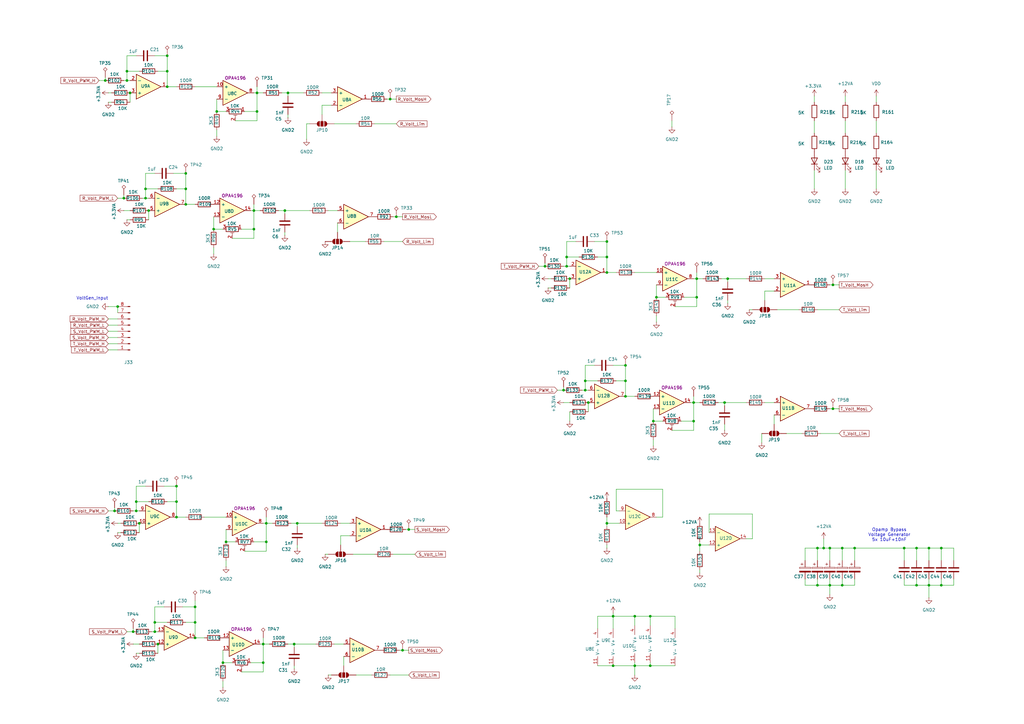
<source format=kicad_sch>
(kicad_sch (version 20250114) (generator "eeschema") (generator_version "9.0")
  (paper "A3")
  (title_block (title "Emulator Voltage Generator") (date "2025-09-04"))
  (text "Opamp Bypass\nVoltage Generator\n5x 10uF+10nF" (at 364.744 219.456 0) (effects (font (size 1.27 1.27))))
  (text "VoltGen_Input" (at 37.846 122.428 0) (effects (font (size 1.27 1.27))))
  (junction (at 50.8 81.28))
  (junction (at 105.41 38.1))
  (junction (at 251.46 252.73))
  (junction (at 340.36 224.79))
  (junction (at 63.5 255.27))
  (junction (at 52.07 29.21))
  (junction (at 87.63 93.98))
  (junction (at 165.1 266.7))
  (junction (at 167.64 217.17))
  (junction (at 284.48 165.1))
  (junction (at 345.44 240.03))
  (junction (at 240.03 160.02))
  (junction (at 116.84 86.36))
  (junction (at 68.58 22.86))
  (junction (at 381 240.03))
  (junction (at 105.41 45.72))
  (junction (at 64.77 264.16))
  (junction (at 260.35 273.05))
  (junction (at 76.2 83.82))
  (junction (at 248.92 105.41))
  (junction (at 107.95 271.78))
  (junction (at 76.2 71.12))
  (junction (at 88.9 45.72))
  (junction (at 48.26 125.73))
  (junction (at 350.52 224.79))
  (junction (at 92.71 222.25))
  (junction (at 233.68 114.3))
  (junction (at 118.11 38.1))
  (junction (at 46.99 209.55))
  (junction (at 370.84 224.79))
  (junction (at 72.39 205.74))
  (junction (at 298.45 114.3))
  (junction (at 104.14 86.36))
  (junction (at 60.96 86.36))
  (junction (at 68.58 29.21))
  (junction (at 55.88 205.74))
  (junction (at 59.69 81.28))
  (junction (at 80.01 248.92))
  (junction (at 375.92 240.03))
  (junction (at 91.44 271.78))
  (junction (at 53.34 38.1))
  (junction (at 386.08 240.03))
  (junction (at 241.3 165.1))
  (junction (at 345.44 224.79))
  (junction (at 248.92 111.76))
  (junction (at 55.88 209.55))
  (junction (at 76.2 77.47))
  (junction (at 232.41 105.41))
  (junction (at 54.61 259.08))
  (junction (at 72.39 212.09))
  (junction (at 248.92 99.06))
  (junction (at 231.14 160.02))
  (junction (at 256.54 156.21))
  (junction (at 104.14 93.98))
  (junction (at 120.65 264.16))
  (junction (at 57.15 214.63))
  (junction (at 251.46 273.05))
  (junction (at 337.82 224.79))
  (junction (at 162.56 88.9))
  (junction (at 297.18 165.1))
  (junction (at 260.35 252.73))
  (junction (at 43.18 33.02))
  (junction (at 109.22 214.63))
  (junction (at 335.28 224.79))
  (junction (at 381 224.79))
  (junction (at 287.02 223.52))
  (junction (at 341.63 116.84))
  (junction (at 223.52 109.22))
  (junction (at 284.48 172.72))
  (junction (at 68.58 35.56))
  (junction (at 80.01 261.62))
  (junction (at 375.92 224.79))
  (junction (at 63.5 259.08))
  (junction (at 52.07 33.02))
  (junction (at 335.28 240.03))
  (junction (at 240.03 156.21))
  (junction (at 232.41 109.22))
  (junction (at 340.36 240.03))
  (junction (at 256.54 149.86))
  (junction (at 285.75 121.92))
  (junction (at 160.02 40.64))
  (junction (at 269.24 121.92))
  (junction (at 121.92 214.63))
  (junction (at 80.01 255.27))
  (junction (at 248.92 214.63))
  (junction (at 266.7 252.73))
  (junction (at 341.63 167.64))
  (junction (at 256.54 162.56))
  (junction (at 386.08 224.79))
  (junction (at 107.95 264.16))
  (junction (at 285.75 114.3))
  (junction (at 266.7 273.05))
  (junction (at 267.97 172.72))
  (junction (at 72.39 199.39))
  (junction (at 109.22 222.25))
  (junction (at 59.69 77.47))
  (wire (pts (xy 370.84 237.49) (xy 370.84 240.03)))
  (wire (pts (xy 341.63 116.84) (xy 344.17 116.84)))
  (wire (pts (xy 68.58 22.86) (xy 68.58 29.21)))
  (wire (pts (xy 345.44 240.03) (xy 345.44 237.49)))
  (wire (pts (xy 341.63 167.64) (xy 344.17 167.64)))
  (wire (pts (xy 279.4 172.72) (xy 284.48 172.72)))
  (wire (pts (xy 345.44 224.79) (xy 350.52 224.79)))
  (wire (pts (xy 88.9 53.34) (xy 88.9 55.88)))
  (wire (pts (xy 280.67 121.92) (xy 285.75 121.92)))
  (wire (pts (xy 140.97 269.24) (xy 140.97 273.05)))
  (wire (pts (xy 44.45 41.91) (xy 45.72 41.91)))
  (wire (pts (xy 87.63 101.6) (xy 87.63 104.14)))
  (wire (pts (xy 287.02 234.95) (xy 287.02 233.68)))
  (wire (pts (xy 243.84 99.06) (xy 248.92 99.06)))
  (wire (pts (xy 110.49 264.16) (xy 107.95 264.16)))
  (wire (pts (xy 52.07 90.17) (xy 53.34 90.17)))
  (wire (pts (xy 107.95 275.59) (xy 107.95 271.78)))
  (wire (pts (xy 318.77 127) (xy 327.66 127)))
  (wire (pts (xy 231.14 165.1) (xy 233.68 165.1)))
  (wire (pts (xy 92.71 222.25) (xy 96.52 222.25)))
  (wire (pts (xy 43.18 31.75) (xy 43.18 33.02)))
  (wire (pts (xy 64.77 29.21) (xy 68.58 29.21)))
  (wire (pts (xy 91.44 266.7) (xy 91.44 271.78)))
  (wire (pts (xy 284.48 165.1) (xy 283.21 165.1)))
  (wire (pts (xy 120.65 273.05) (xy 120.65 274.32)))
  (wire (pts (xy 72.39 35.56) (xy 68.58 35.56)))
  (wire (pts (xy 330.2 240.03) (xy 335.28 240.03)))
  (wire (pts (xy 359.41 49.53) (xy 359.41 54.61)))
  (wire (pts (xy 375.92 240.03) (xy 381 240.03)))
  (wire (pts (xy 48.26 218.44) (xy 49.53 218.44)))
  (wire (pts (xy 111.76 214.63) (xy 109.22 214.63)))
  (wire (pts (xy 269.24 121.92) (xy 273.05 121.92)))
  (wire (pts (xy 340.36 240.03) (xy 340.36 237.49)))
  (wire (pts (xy 288.29 114.3) (xy 285.75 114.3)))
  (wire (pts (xy 313.69 119.38) (xy 313.69 123.19)))
  (wire (pts (xy 359.41 39.37) (xy 359.41 41.91)))
  (wire (pts (xy 375.92 240.03) (xy 375.92 237.49)))
  (wire (pts (xy 137.16 50.8) (xy 146.05 50.8)))
  (wire (pts (xy 52.07 22.86) (xy 52.07 29.21)))
  (wire (pts (xy 107.95 38.1) (xy 105.41 38.1)))
  (wire (pts (xy 233.68 172.72) (xy 233.68 168.91)))
  (wire (pts (xy 256.54 156.21) (xy 256.54 162.56)))
  (wire (pts (xy 48.26 140.97) (xy 44.45 140.97)))
  (wire (pts (xy 241.3 165.1) (xy 241.3 168.91)))
  (wire (pts (xy 50.8 80.01) (xy 50.8 81.28)))
  (wire (pts (xy 68.58 255.27) (xy 63.5 255.27)))
  (wire (pts (xy 317.5 170.18) (xy 317.5 173.99)))
  (wire (pts (xy 232.41 109.22) (xy 233.68 109.22)))
  (wire (pts (xy 297.18 173.99) (xy 297.18 176.53)))
  (wire (pts (xy 260.35 273.05) (xy 251.46 273.05)))
  (wire (pts (xy 287.02 222.25) (xy 287.02 223.52)))
  (wire (pts (xy 223.52 107.95) (xy 223.52 109.22)))
  (wire (pts (xy 109.22 222.25) (xy 109.22 214.63)))
  (wire (pts (xy 104.14 222.25) (xy 109.22 222.25)))
  (wire (pts (xy 337.82 220.98) (xy 337.82 224.79)))
  (wire (pts (xy 391.16 224.79) (xy 391.16 229.87)))
  (wire (pts (xy 386.08 240.03) (xy 386.08 237.49)))
  (wire (pts (xy 115.57 38.1) (xy 118.11 38.1)))
  (wire (pts (xy 391.16 237.49) (xy 391.16 240.03)))
  (wire (pts (xy 125.73 50.8) (xy 125.73 57.15)))
  (wire (pts (xy 312.42 177.8) (xy 312.42 181.61)))
  (wire (pts (xy 359.41 77.47) (xy 359.41 69.85)))
  (wire (pts (xy 132.08 38.1) (xy 135.89 38.1)))
  (wire (pts (xy 248.92 212.09) (xy 248.92 214.63)))
  (wire (pts (xy 104.14 97.79) (xy 104.14 93.98)))
  (wire (pts (xy 144.78 227.33) (xy 153.67 227.33)))
  (wire (pts (xy 260.35 252.73) (xy 260.35 256.54)))
  (wire (pts (xy 83.82 212.09) (xy 92.71 212.09)))
  (wire (pts (xy 158.75 40.64) (xy 160.02 40.64)))
  (wire (pts (xy 106.68 86.36) (xy 104.14 86.36)))
  (wire (pts (xy 80.01 35.56) (xy 88.9 35.56)))
  (wire (pts (xy 260.35 271.78) (xy 260.35 273.05)))
  (wire (pts (xy 161.29 227.33) (xy 170.18 227.33)))
  (wire (pts (xy 285.75 111.76) (xy 285.75 114.3)))
  (wire (pts (xy 340.36 167.64) (xy 341.63 167.64)))
  (wire (pts (xy 60.96 86.36) (xy 60.96 90.17)))
  (wire (pts (xy 160.02 276.86) (xy 167.64 276.86)))
  (wire (pts (xy 105.41 35.56) (xy 105.41 38.1)))
  (wire (pts (xy 386.08 240.03) (xy 391.16 240.03)))
  (wire (pts (xy 266.7 271.78) (xy 266.7 273.05)))
  (wire (pts (xy 275.59 49.53) (xy 275.59 52.07)))
  (wire (pts (xy 63.5 22.86) (xy 68.58 22.86)))
  (wire (pts (xy 72.39 199.39) (xy 72.39 205.74)))
  (wire (pts (xy 375.92 224.79) (xy 375.92 229.87)))
  (wire (pts (xy 63.5 259.08) (xy 64.77 259.08)))
  (wire (pts (xy 118.11 46.99) (xy 118.11 48.26)))
  (wire (pts (xy 87.63 93.98) (xy 91.44 93.98)))
  (wire (pts (xy 251.46 251.46) (xy 251.46 252.73)))
  (wire (pts (xy 135.89 43.18) (xy 132.08 43.18)))
  (wire (pts (xy 64.77 264.16) (xy 64.77 267.97)))
  (wire (pts (xy 297.18 165.1) (xy 297.18 166.37)))
  (wire (pts (xy 109.22 214.63) (xy 107.95 214.63)))
  (wire (pts (xy 350.52 224.79) (xy 350.52 229.87)))
  (wire (pts (xy 308.61 127) (xy 307.34 127)))
  (wire (pts (xy 386.08 224.79) (xy 391.16 224.79)))
  (wire (pts (xy 59.69 199.39) (xy 55.88 199.39)))
  (wire (pts (xy 44.45 38.1) (xy 45.72 38.1)))
  (wire (pts (xy 251.46 252.73) (xy 251.46 257.81)))
  (wire (pts (xy 346.71 39.37) (xy 346.71 41.91)))
  (wire (pts (xy 95.25 97.79) (xy 104.14 97.79)))
  (wire (pts (xy 64.77 77.47) (xy 59.69 77.47)))
  (wire (pts (xy 40.64 33.02) (xy 43.18 33.02)))
  (wire (pts (xy 248.92 214.63) (xy 248.92 215.9)))
  (wire (pts (xy 335.28 224.79) (xy 335.28 229.87)))
  (wire (pts (xy 290.83 218.44) (xy 290.83 210.82)))
  (wire (pts (xy 48.26 125.73) (xy 48.26 128.27)))
  (wire (pts (xy 116.84 86.36) (xy 116.84 87.63)))
  (wire (pts (xy 119.38 214.63) (xy 121.92 214.63)))
  (wire (pts (xy 100.33 226.06) (xy 109.22 226.06)))
  (wire (pts (xy 107.95 271.78) (xy 107.95 264.16)))
  (wire (pts (xy 266.7 252.73) (xy 266.7 256.54)))
  (wire (pts (xy 163.83 266.7) (xy 165.1 266.7)))
  (wire (pts (xy 346.71 49.53) (xy 346.71 54.61)))
  (wire (pts (xy 55.88 22.86) (xy 52.07 22.86)))
  (wire (pts (xy 260.35 252.73) (xy 266.7 252.73)))
  (wire (pts (xy 252.73 200.66) (xy 271.78 200.66)))
  (wire (pts (xy 118.11 38.1) (xy 118.11 39.37)))
  (wire (pts (xy 269.24 212.09) (xy 271.78 212.09)))
  (wire (pts (xy 252.73 200.66) (xy 252.73 209.55)))
  (wire (pts (xy 336.55 177.8) (xy 344.17 177.8)))
  (wire (pts (xy 54.61 209.55) (xy 55.88 209.55)))
  (wire (pts (xy 313.69 165.1) (xy 317.5 165.1)))
  (wire (pts (xy 386.08 224.79) (xy 386.08 229.87)))
  (wire (pts (xy 139.7 219.71) (xy 139.7 223.52)))
  (wire (pts (xy 381 224.79) (xy 381 229.87)))
  (wire (pts (xy 381 240.03) (xy 381 237.49)))
  (wire (pts (xy 284.48 162.56) (xy 284.48 165.1)))
  (wire (pts (xy 166.37 217.17) (xy 167.64 217.17)))
  (wire (pts (xy 335.28 240.03) (xy 335.28 237.49)))
  (wire (pts (xy 297.18 165.1) (xy 306.07 165.1)))
  (wire (pts (xy 245.11 105.41) (xy 248.92 105.41)))
  (wire (pts (xy 267.97 167.64) (xy 267.97 172.72)))
  (wire (pts (xy 237.49 105.41) (xy 232.41 105.41)))
  (wire (pts (xy 121.92 214.63) (xy 132.08 214.63)))
  (wire (pts (xy 350.52 240.03) (xy 345.44 240.03)))
  (wire (pts (xy 275.59 176.53) (xy 284.48 176.53)))
  (wire (pts (xy 298.45 123.19) (xy 298.45 124.46)))
  (wire (pts (xy 50.8 86.36) (xy 53.34 86.36)))
  (wire (pts (xy 284.48 176.53) (xy 284.48 172.72)))
  (wire (pts (xy 120.65 264.16) (xy 120.65 265.43)))
  (wire (pts (xy 375.92 224.79) (xy 381 224.79)))
  (wire (pts (xy 337.82 224.79) (xy 335.28 224.79)))
  (wire (pts (xy 248.92 105.41) (xy 248.92 111.76)))
  (wire (pts (xy 99.06 93.98) (xy 104.14 93.98)))
  (wire (pts (xy 298.45 114.3) (xy 306.07 114.3)))
  (wire (pts (xy 48.26 143.51) (xy 44.45 143.51)))
  (wire (pts (xy 285.75 125.73) (xy 285.75 121.92)))
  (wire (pts (xy 96.52 49.53) (xy 105.41 49.53)))
  (wire (pts (xy 63.5 248.92) (xy 63.5 255.27)))
  (wire (pts (xy 334.01 39.37) (xy 334.01 41.91)))
  (wire (pts (xy 57.15 214.63) (xy 57.15 218.44)))
  (wire (pts (xy 228.6 160.02) (xy 231.14 160.02)))
  (wire (pts (xy 167.64 217.17) (xy 170.18 217.17)))
  (wire (pts (xy 287.02 223.52) (xy 287.02 226.06)))
  (wire (pts (xy 118.11 264.16) (xy 120.65 264.16)))
  (wire (pts (xy 381 224.79) (xy 386.08 224.79)))
  (wire (pts (xy 72.39 205.74) (xy 72.39 212.09)))
  (wire (pts (xy 127 50.8) (xy 125.73 50.8)))
  (wire (pts (xy 105.41 45.72) (xy 105.41 38.1)))
  (wire (pts (xy 260.35 276.86) (xy 260.35 273.05)))
  (wire (pts (xy 334.01 49.53) (xy 334.01 54.61)))
  (wire (pts (xy 157.48 99.06) (xy 165.1 99.06)))
  (wire (pts (xy 162.56 88.9) (xy 165.1 88.9)))
  (wire (pts (xy 105.41 38.1) (xy 104.14 38.1)))
  (wire (pts (xy 105.41 49.53) (xy 105.41 45.72)))
  (wire (pts (xy 52.07 259.08) (xy 54.61 259.08)))
  (wire (pts (xy 44.45 138.43) (xy 48.26 138.43)))
  (wire (pts (xy 345.44 240.03) (xy 340.36 240.03)))
  (wire (pts (xy 118.11 38.1) (xy 124.46 38.1)))
  (wire (pts (xy 245.11 156.21) (xy 240.03 156.21)))
  (wire (pts (xy 92.71 217.17) (xy 92.71 222.25)))
  (wire (pts (xy 134.62 86.36) (xy 138.43 86.36)))
  (wire (pts (xy 269.24 116.84) (xy 269.24 121.92)))
  (wire (pts (xy 68.58 29.21) (xy 68.58 35.56)))
  (wire (pts (xy 68.58 205.74) (xy 72.39 205.74)))
  (wire (pts (xy 91.44 271.78) (xy 95.25 271.78)))
  (wire (pts (xy 370.84 224.79) (xy 375.92 224.79)))
  (wire (pts (xy 251.46 252.73) (xy 245.11 252.73)))
  (wire (pts (xy 52.07 29.21) (xy 52.07 33.02)))
  (wire (pts (xy 48.26 214.63) (xy 49.53 214.63)))
  (wire (pts (xy 88.9 40.64) (xy 88.9 45.72)))
  (wire (pts (xy 121.92 214.63) (xy 121.92 215.9)))
  (wire (pts (xy 76.2 212.09) (xy 72.39 212.09)))
  (wire (pts (xy 104.14 93.98) (xy 104.14 86.36)))
  (wire (pts (xy 55.88 199.39) (xy 55.88 205.74)))
  (wire (pts (xy 260.35 111.76) (xy 269.24 111.76)))
  (wire (pts (xy 109.22 226.06) (xy 109.22 222.25)))
  (wire (pts (xy 252.73 156.21) (xy 256.54 156.21)))
  (wire (pts (xy 67.31 199.39) (xy 72.39 199.39)))
  (wire (pts (xy 276.86 252.73) (xy 276.86 257.81)))
  (wire (pts (xy 59.69 77.47) (xy 59.69 81.28)))
  (wire (pts (xy 313.69 114.3) (xy 317.5 114.3)))
  (wire (pts (xy 306.07 220.98) (xy 308.61 220.98)))
  (wire (pts (xy 335.28 127) (xy 344.17 127)))
  (wire (pts (xy 370.84 224.79) (xy 370.84 229.87)))
  (wire (pts (xy 220.98 109.22) (xy 223.52 109.22)))
  (wire (pts (xy 72.39 77.47) (xy 76.2 77.47)))
  (wire (pts (xy 54.61 257.81) (xy 54.61 259.08)))
  (wire (pts (xy 60.96 205.74) (xy 55.88 205.74)))
  (wire (pts (xy 267.97 172.72) (xy 271.78 172.72)))
  (wire (pts (xy 91.44 279.4) (xy 91.44 281.94)))
  (wire (pts (xy 238.76 160.02) (xy 240.03 160.02)))
  (wire (pts (xy 298.45 114.3) (xy 298.45 115.57)))
  (wire (pts (xy 44.45 135.89) (xy 48.26 135.89)))
  (wire (pts (xy 153.67 50.8) (xy 162.56 50.8)))
  (wire (pts (xy 58.42 81.28) (xy 59.69 81.28)))
  (wire (pts (xy 340.36 116.84) (xy 341.63 116.84)))
  (wire (pts (xy 252.73 209.55) (xy 254 209.55)))
  (wire (pts (xy 63.5 255.27) (xy 63.5 259.08)))
  (wire (pts (xy 104.14 86.36) (xy 102.87 86.36)))
  (wire (pts (xy 276.86 273.05) (xy 266.7 273.05)))
  (wire (pts (xy 99.06 275.59) (xy 107.95 275.59)))
  (wire (pts (xy 266.7 273.05) (xy 260.35 273.05)))
  (wire (pts (xy 76.2 255.27) (xy 80.01 255.27)))
  (wire (pts (xy 48.26 133.35) (xy 44.45 133.35)))
  (wire (pts (xy 160.02 40.64) (xy 162.56 40.64)))
  (wire (pts (xy 322.58 177.8) (xy 328.93 177.8)))
  (wire (pts (xy 74.93 248.92) (xy 80.01 248.92)))
  (wire (pts (xy 100.33 45.72) (xy 105.41 45.72)))
  (wire (pts (xy 102.87 271.78) (xy 107.95 271.78)))
  (wire (pts (xy 107.95 261.62) (xy 107.95 264.16)))
  (wire (pts (xy 231.14 109.22) (xy 232.41 109.22)))
  (wire (pts (xy 80.01 255.27) (xy 80.01 261.62)))
  (wire (pts (xy 295.91 114.3) (xy 298.45 114.3)))
  (wire (pts (xy 161.29 88.9) (xy 162.56 88.9)))
  (wire (pts (xy 134.62 227.33) (xy 133.35 227.33)))
  (wire (pts (xy 57.15 29.21) (xy 52.07 29.21)))
  (wire (pts (xy 335.28 240.03) (xy 340.36 240.03)))
  (wire (pts (xy 55.88 267.97) (xy 57.15 267.97)))
  (wire (pts (xy 350.52 240.03) (xy 350.52 237.49)))
  (wire (pts (xy 370.84 240.03) (xy 375.92 240.03)))
  (wire (pts (xy 92.71 229.87) (xy 92.71 232.41)))
  (wire (pts (xy 121.92 223.52) (xy 121.92 224.79)))
  (wire (pts (xy 83.82 261.62) (xy 80.01 261.62)))
  (wire (pts (xy 71.12 71.12) (xy 76.2 71.12)))
  (wire (pts (xy 260.35 162.56) (xy 256.54 162.56)))
  (wire (pts (xy 345.44 224.79) (xy 345.44 229.87)))
  (wire (pts (xy 251.46 252.73) (xy 260.35 252.73)))
  (wire (pts (xy 245.11 252.73) (xy 245.11 257.81)))
  (wire (pts (xy 381 240.03) (xy 386.08 240.03)))
  (wire (pts (xy 248.92 99.06) (xy 248.92 105.41)))
  (wire (pts (xy 381 245.11) (xy 381 240.03)))
  (wire (pts (xy 287.02 165.1) (xy 284.48 165.1)))
  (wire (pts (xy 63.5 71.12) (xy 59.69 71.12)))
  (wire (pts (xy 224.79 114.3) (xy 226.06 114.3)))
  (wire (pts (xy 139.7 214.63) (xy 143.51 214.63)))
  (wire (pts (xy 243.84 149.86) (xy 240.03 149.86)))
  (wire (pts (xy 346.71 77.47) (xy 346.71 69.85)))
  (wire (pts (xy 334.01 77.47) (xy 334.01 69.85)))
  (wire (pts (xy 340.36 224.79) (xy 345.44 224.79)))
  (wire (pts (xy 266.7 252.73) (xy 276.86 252.73)))
  (wire (pts (xy 165.1 266.7) (xy 167.64 266.7)))
  (wire (pts (xy 76.2 71.12) (xy 76.2 77.47)))
  (wire (pts (xy 116.84 86.36) (xy 127 86.36)))
  (wire (pts (xy 248.92 214.63) (xy 254 214.63)))
  (wire (pts (xy 143.51 219.71) (xy 139.7 219.71)))
  (wire (pts (xy 267.97 180.34) (xy 267.97 182.88)))
  (wire (pts (xy 330.2 237.49) (xy 330.2 240.03)))
  (wire (pts (xy 240.03 160.02) (xy 241.3 160.02)))
  (wire (pts (xy 55.88 209.55) (xy 57.15 209.55)))
  (wire (pts (xy 317.5 119.38) (xy 313.69 119.38)))
  (wire (pts (xy 55.88 205.74) (xy 55.88 209.55)))
  (wire (pts (xy 146.05 276.86) (xy 152.4 276.86)))
  (wire (pts (xy 109.22 212.09) (xy 109.22 214.63)))
  (wire (pts (xy 80.01 248.92) (xy 80.01 246.38)))
  (wire (pts (xy 232.41 99.06) (xy 232.41 105.41)))
  (wire (pts (xy 350.52 224.79) (xy 370.84 224.79)))
  (wire (pts (xy 290.83 210.82) (xy 308.61 210.82)))
  (wire (pts (xy 276.86 125.73) (xy 285.75 125.73)))
  (wire (pts (xy 120.65 264.16) (xy 129.54 264.16)))
  (wire (pts (xy 135.89 276.86) (xy 134.62 276.86)))
  (wire (pts (xy 143.51 99.06) (xy 149.86 99.06)))
  (wire (pts (xy 88.9 45.72) (xy 92.71 45.72)))
  (wire (pts (xy 252.73 111.76) (xy 248.92 111.76)))
  (wire (pts (xy 54.61 264.16) (xy 57.15 264.16)))
  (wire (pts (xy 231.14 158.75) (xy 231.14 160.02)))
  (wire (pts (xy 340.36 224.79) (xy 340.36 229.87)))
  (wire (pts (xy 48.26 81.28) (xy 50.8 81.28)))
  (wire (pts (xy 284.48 172.72) (xy 284.48 165.1)))
  (wire (pts (xy 80.01 83.82) (xy 76.2 83.82)))
  (wire (pts (xy 116.84 95.25) (xy 116.84 96.52)))
  (wire (pts (xy 46.99 208.28) (xy 46.99 209.55)))
  (wire (pts (xy 340.36 243.84) (xy 340.36 240.03)))
  (wire (pts (xy 290.83 223.52) (xy 287.02 223.52)))
  (wire (pts (xy 271.78 200.66) (xy 271.78 212.09)))
  (wire (pts (xy 285.75 121.92) (xy 285.75 114.3)))
  (wire (pts (xy 62.23 259.08) (xy 63.5 259.08)))
  (wire (pts (xy 137.16 264.16) (xy 140.97 264.16)))
  (wire (pts (xy 114.3 86.36) (xy 116.84 86.36)))
  (wire (pts (xy 52.07 33.02) (xy 53.34 33.02)))
  (wire (pts (xy 44.45 125.73) (xy 48.26 125.73)))
  (wire (pts (xy 59.69 81.28) (xy 60.96 81.28)))
  (wire (pts (xy 308.61 210.82) (xy 308.61 220.98)))
  (wire (pts (xy 53.34 38.1) (xy 53.34 41.91)))
  (wire (pts (xy 240.03 156.21) (xy 240.03 160.02)))
  (wire (pts (xy 285.75 114.3) (xy 284.48 114.3)))
  (wire (pts (xy 107.95 264.16) (xy 106.68 264.16)))
  (wire (pts (xy 335.28 224.79) (xy 330.2 224.79)))
  (wire (pts (xy 330.2 224.79) (xy 330.2 229.87)))
  (wire (pts (xy 80.01 248.92) (xy 80.01 255.27)))
  (wire (pts (xy 294.64 165.1) (xy 297.18 165.1)))
  (wire (pts (xy 337.82 224.79) (xy 340.36 224.79)))
  (wire (pts (xy 67.31 248.92) (xy 63.5 248.92)))
  (wire (pts (xy 44.45 209.55) (xy 46.99 209.55)))
  (wire (pts (xy 87.63 88.9) (xy 87.63 93.98)))
  (wire (pts (xy 236.22 99.06) (xy 232.41 99.06)))
  (wire (pts (xy 59.69 71.12) (xy 59.69 77.47)))
  (wire (pts (xy 245.11 273.05) (xy 251.46 273.05)))
  (wire (pts (xy 232.41 105.41) (xy 232.41 109.22)))
  (wire (pts (xy 224.79 118.11) (xy 226.06 118.11)))
  (wire (pts (xy 251.46 149.86) (xy 256.54 149.86)))
  (wire (pts (xy 248.92 224.79) (xy 248.92 223.52)))
  (wire (pts (xy 50.8 33.02) (xy 52.07 33.02)))
  (wire (pts (xy 48.26 130.81) (xy 44.45 130.81)))
  (wire (pts (xy 256.54 149.86) (xy 256.54 156.21)))
  (wire (pts (xy 138.43 91.44) (xy 138.43 95.25)))
  (wire (pts (xy 240.03 149.86) (xy 240.03 156.21)))
  (wire (pts (xy 269.24 129.54) (xy 269.24 132.08)))
  (wire (pts (xy 132.08 43.18) (xy 132.08 46.99)))
  (wire (pts (xy 76.2 77.47) (xy 76.2 83.82)))
  (wire (pts (xy 233.68 114.3) (xy 233.68 118.11)))
  (wire (pts (xy 104.14 83.82) (xy 104.14 86.36)))
  (global_label "S_Volt_MosH" (shape output) (at 170.18 217.17 0) (property "Intersheetrefs" "${INTERSHEET_REFS}" (effects (hide yes))))
  (global_label "T_Volt_MosH" (shape output) (at 344.17 116.84 0) (property "Intersheetrefs" "${INTERSHEET_REFS}" (effects (hide yes))))
  (global_label "S_Volt_Lim" (shape input) (at 170.18 227.33 0) (property "Intersheetrefs" "${INTERSHEET_REFS}" (effects (hide yes))))
  (global_label "S_Volt_MosL" (shape output) (at 167.64 266.7 0) (property "Intersheetrefs" "${INTERSHEET_REFS}" (effects (hide yes))))
  (global_label "T_Volt_PWM_H" (shape input) (at 44.45 140.97 180) (property "Intersheetrefs" "${INTERSHEET_REFS}" (effects (hide yes))))
  (global_label "T_Volt_PWM_L" (shape input) (at 228.6 160.02 180) (property "Intersheetrefs" "${INTERSHEET_REFS}" (effects (hide yes))))
  (global_label "S_Volt_PWM_L" (shape input) (at 44.45 135.89 180) (property "Intersheetrefs" "${INTERSHEET_REFS}" (effects (hide yes))))
  (global_label "S_Volt_PWM_H" (shape input) (at 44.45 209.55 180) (property "Intersheetrefs" "${INTERSHEET_REFS}" (effects (hide yes))))
  (global_label "S_Volt_PWM_L" (shape input) (at 52.07 259.08 180) (property "Intersheetrefs" "${INTERSHEET_REFS}" (effects (hide yes))))
  (global_label "R_Volt_Lim" (shape input) (at 165.1 99.06 0) (property "Intersheetrefs" "${INTERSHEET_REFS}" (effects (hide yes))))
  (global_label "R_Volt_MosH" (shape output) (at 162.56 40.64 0) (property "Intersheetrefs" "${INTERSHEET_REFS}" (effects (hide yes))))
  (global_label "S_Volt_PWM_H" (shape input) (at 44.45 138.43 180) (property "Intersheetrefs" "${INTERSHEET_REFS}" (effects (hide yes))))
  (global_label "R_Volt_Lim" (shape input) (at 162.56 50.8 0) (property "Intersheetrefs" "${INTERSHEET_REFS}" (effects (hide yes))))
  (global_label "T_Volt_Lim" (shape input) (at 344.17 177.8 0) (property "Intersheetrefs" "${INTERSHEET_REFS}" (effects (hide yes))))
  (global_label "S_Volt_Lim" (shape input) (at 167.64 276.86 0) (property "Intersheetrefs" "${INTERSHEET_REFS}" (effects (hide yes))))
  (global_label "T_Volt_MosL" (shape output) (at 344.17 167.64 0) (property "Intersheetrefs" "${INTERSHEET_REFS}" (effects (hide yes))))
  (global_label "T_Volt_Lim" (shape input) (at 344.17 127 0) (property "Intersheetrefs" "${INTERSHEET_REFS}" (effects (hide yes))))
  (global_label "R_Volt_PWM_L" (shape input) (at 48.26 81.28 180) (property "Intersheetrefs" "${INTERSHEET_REFS}" (effects (hide yes))))
  (global_label "T_Volt_PWM_L" (shape input) (at 44.45 143.51 180) (property "Intersheetrefs" "${INTERSHEET_REFS}" (effects (hide yes))))
  (global_label "R_Volt_PWM_L" (shape input) (at 44.45 133.35 180) (property "Intersheetrefs" "${INTERSHEET_REFS}" (effects (hide yes))))
  (global_label "R_Volt_PWM_H" (shape input) (at 44.45 130.81 180) (property "Intersheetrefs" "${INTERSHEET_REFS}" (effects (hide yes))))
  (global_label "R_Volt_PWM_H" (shape input) (at 40.64 33.02 180) (property "Intersheetrefs" "${INTERSHEET_REFS}" (effects (hide yes))))
  (global_label "R_Volt_MosL" (shape output) (at 165.1 88.9 0) (property "Intersheetrefs" "${INTERSHEET_REFS}" (effects (hide yes))))
  (global_label "T_Volt_PWM_H" (shape input) (at 220.98 109.22 180) (property "Intersheetrefs" "${INTERSHEET_REFS}" (effects (hide yes))))
  (symbol (lib_id "Device:C") (at 375.92 233.68 0) (unit 1)
    (property "Reference" "C42" (at 371.348 236.474 0) (effects (justify left)))
    (property "Value" "C_Polarized" (effects (hide yes)))
    (property "Footprint" "Capacitor_SMD:C_0805_2012Metric_Pad1.18x1.45mm_HandSolder" (effects (hide yes)))
    (property "Description" "Unpolarized capacitor" (effects (hide yes)))
  )
  (symbol (lib_id "Device:R") (at 332.74 177.8 90) (unit 1)
    (property "Reference" "R147" (at 332.486 177.8 90))
    (property "Value" "10R" (at 332.74 175.514 90))
    (property "Footprint" "Resistor_SMD:R_0805_2012Metric_Pad1.20x1.40mm_HandSolder" (effects (hide yes)))
    (property "Description" "Resistor" (effects (hide yes)))
  )
  (symbol (lib_id "Jumper:SolderJumper_3_Open") (at 132.08 50.8 180) (unit 1) (in_bom no)
    (property "Reference" "JP10" (at 132.08 53.34 0))
    (property "Value" "SolderJumper_3_Open" (effects (hide yes)))
    (property "Footprint" "Jumper:SolderJumper-3_P2.0mm_Open_TrianglePad1.0x1.5mm" (effects (hide yes)))
    (property "Description" "Solder Jumper, 3-pole, open" (effects (hide yes)))
  )
  (symbol (lib_id "Device:R") (at 60.96 29.21 270) (unit 1)
    (property "Reference" "R104" (at 60.706 29.21 90))
    (property "Value" "10K" (at 60.96 26.67 90))
    (property "Footprint" "Resistor_SMD:R_0805_2012Metric_Pad1.20x1.40mm_HandSolder" (effects (hide yes)))
    (property "Description" "Resistor" (effects (hide yes)))
  )
  (symbol (lib_id "Amplifier_Operational:OPA4196xD") (at 100.33 214.63 0) (unit 3)
    (property "Reference" "U10" (at 99.06 214.884 0))
    (property "Value" "Opamp_Quad" (effects (hide yes)))
    (property "Footprint" "Package_SO:SOIC-14_3.9x8.7mm_P1.27mm" (effects (hide yes)))
    (property "Datasheet" "http://www.ti.com/lit/ds/symlink/opa4196.pdf" (effects (hide yes)))
    (property "Description" "OPA4196" (at 100.33 208.534 0))
  )
  (symbol (lib_id "Connector:TestPoint_Alt") (at 109.22 212.09 0) (unit 1)
    (property "Reference" "TP48" (at 110.998 208.534 0) (effects (justify left)))
    (property "Value" "TestPoint_Alt" (effects (hide yes)))
    (property "Footprint" "TestPoint:TestPoint_Loop_D1.80mm_Drill1.0mm_Beaded" (effects (hide yes)))
    (property "Datasheet" "https://www.digikey.se/en/products/detail/keystone-electronics/5117/2170320" (effects (hide yes)))
    (property "Description" "test point (alternative shape)" (effects (hide yes)))
  )
  (symbol (lib_id "power:VDD") (at 334.01 39.37 0) (unit 1)
    (property "Reference" "#PWR0188" (effects (hide yes)))
    (property "Value" "+3.3VA" (at 333.502 35.306 0))
    (property "Description" "Power symbol creates a global label with name \"VDD\"" (effects (hide yes)))
  )
  (symbol (lib_id "Device:R") (at 111.76 38.1 90) (unit 1)
    (property "Reference" "R51" (at 112.014 38.1 90))
    (property "Value" "100R" (at 111.76 35.56 90))
    (property "Footprint" "Resistor_SMD:R_0805_2012Metric_Pad1.20x1.40mm_HandSolder" (effects (hide yes)))
    (property "Description" "Resistor" (effects (hide yes)))
  )
  (symbol (lib_id "Device:R") (at 76.2 35.56 90) (unit 1)
    (property "Reference" "R105" (at 76.454 35.56 90))
    (property "Value" "100R" (at 76.2 33.02 90))
    (property "Footprint" "Resistor_SMD:R_0805_2012Metric_Pad1.20x1.40mm_HandSolder" (effects (hide yes)))
    (property "Description" "Resistor" (effects (hide yes)))
  )
  (symbol (lib_id "Device:R") (at 92.71 226.06 180) (unit 1)
    (property "Reference" "R121" (at 92.71 225.806 90))
    (property "Value" "3K3" (at 90.424 226.06 90))
    (property "Footprint" "Resistor_SMD:R_0805_2012Metric_Pad1.20x1.40mm_HandSolder" (effects (hide yes)))
    (property "Description" "Resistor" (effects (hide yes)))
  )
  (symbol (lib_id "Device:C") (at 59.69 22.86 90) (unit 1)
    (property "Reference" "C21" (at 61.468 20.32 90) (effects (justify right)))
    (property "Value" "1uF" (at 52.832 21.082 90) (effects (justify right)))
    (property "Footprint" "Capacitor_SMD:C_1206_3216Metric_Pad1.33x1.80mm_HandSolder" (effects (hide yes)))
    (property "Description" "Unpolarized capacitor" (effects (hide yes)))
  )
  (symbol (lib_id "Device:R_Potentiometer_Trim") (at 99.06 271.78 270) (unit 1)
    (property "Reference" "RV6" (at 99.06 271.78 90))
    (property "Value" "10K" (at 100.838 269.494 90) (effects (justify right)))
    (property "Footprint" "Potentiometer_SMD:Potentiometer_Bourns_3314J_Vertical" (effects (hide yes)))
    (property "Description" "Trim-potentiometer" (effects (hide yes)))
  )
  (symbol (lib_id "Device:R") (at 334.01 58.42 180) (unit 1)
    (property "Reference" "R218" (at 338.328 58.42 0))
    (property "Value" "5K" (at 328.676 58.928 0))
    (property "Footprint" "Resistor_SMD:R_0805_2012Metric_Pad1.20x1.40mm_HandSolder" (effects (hide yes)))
    (property "Description" "Resistor" (effects (hide yes)))
  )
  (symbol (lib_id "Device:R") (at 346.71 58.42 180) (unit 1)
    (property "Reference" "R216" (at 351.028 58.42 0))
    (property "Value" "5K" (at 341.376 58.928 0))
    (property "Footprint" "Resistor_SMD:R_0805_2012Metric_Pad1.20x1.40mm_HandSolder" (effects (hide yes)))
    (property "Description" "Resistor" (effects (hide yes)))
  )
  (symbol (lib_id "power:GND2") (at 334.01 77.47 0) (unit 1)
    (property "Reference" "#PWR0193" (effects (hide yes)))
    (property "Value" "GND2" (at 334.01 82.55 0))
    (property "Description" "Power symbol creates a global label with name \"GND2\" , ground" (effects (hide yes)))
  )
  (symbol (lib_id "power:GND2") (at 133.35 227.33 0) (unit 1)
    (property "Reference" "#PWR0182" (effects (hide yes)))
    (property "Value" "GND2" (at 133.35 232.41 0))
    (property "Description" "Power symbol creates a global label with name \"GND2\" , ground" (effects (hide yes)))
  )
  (symbol (lib_id "power:VDD") (at 231.14 165.1 90) (unit 1)
    (property "Reference" "#PWR0129" (effects (hide yes)))
    (property "Value" "+3.3VA" (at 227.076 165.608 0))
    (property "Description" "Power symbol creates a global label with name \"VDD\"" (effects (hide yes)))
  )
  (symbol (lib_id "power:GND2") (at 307.34 127 0) (unit 1)
    (property "Reference" "#PWR0130" (effects (hide yes)))
    (property "Value" "GND2" (at 307.34 132.08 0))
    (property "Description" "Power symbol creates a global label with name \"GND2\" , ground" (effects (hide yes)))
  )
  (symbol (lib_id "Amplifier_Operational:OPA4196xD") (at 275.59 165.1 0) (unit 4)
    (property "Reference" "U11" (at 274.32 165.354 0))
    (property "Value" "Opamp_Quad" (effects (hide yes)))
    (property "Footprint" "Package_SO:SOIC-14_3.9x8.7mm_P1.27mm" (effects (hide yes)))
    (property "Datasheet" "http://www.ti.com/lit/ds/symlink/opa4196.pdf" (effects (hide yes)))
    (property "Description" "OPA4196" (at 275.59 159.004 0))
  )
  (symbol (lib_id "Device:R") (at 154.94 40.64 90) (unit 1)
    (property "Reference" "R56" (at 154.686 40.64 90))
    (property "Value" "100R" (at 154.94 38.608 90))
    (property "Footprint" "Resistor_SMD:R_0805_2012Metric_Pad1.20x1.40mm_HandSolder" (effects (hide yes)))
    (property "Description" "Resistor" (effects (hide yes)))
  )
  (symbol (lib_id "Device:R") (at 80.01 212.09 90) (unit 1)
    (property "Reference" "R118" (at 80.264 212.09 90))
    (property "Value" "100R" (at 80.01 209.55 90))
    (property "Footprint" "Resistor_SMD:R_0805_2012Metric_Pad1.20x1.40mm_HandSolder" (effects (hide yes)))
    (property "Description" "Resistor" (effects (hide yes)))
  )
  (symbol (lib_id "Device:R") (at 91.44 275.59 180) (unit 1)
    (property "Reference" "R120" (at 91.44 275.336 90))
    (property "Value" "3K3" (at 89.154 275.59 90))
    (property "Footprint" "Resistor_SMD:R_0805_2012Metric_Pad1.20x1.40mm_HandSolder" (effects (hide yes)))
    (property "Description" "Resistor" (effects (hide yes)))
  )
  (symbol (lib_id "power:+12VA") (at 346.71 39.37 0) (unit 1)
    (property "Reference" "#PWR0192" (effects (hide yes)))
    (property "Value" "+12VA" (at 346.71 34.29 0))
    (property "Description" "Power symbol creates a global label with name \"+12VA\"" (effects (hide yes)))
  )
  (symbol (lib_id "power:GND2") (at 267.97 182.88 0) (unit 1)
    (property "Reference" "#PWR0116" (effects (hide yes)))
    (property "Value" "GND2" (at 267.97 187.96 0))
    (property "Description" "Power symbol creates a global label with name \"GND2\" , ground" (effects (hide yes)))
  )
  (symbol (lib_id "Amplifier_Operational:OPA4196xD") (at 151.13 217.17 0) (unit 1)
    (property "Reference" "U10" (at 149.86 217.424 0))
    (property "Value" "Opamp_Quad" (effects (hide yes)))
    (property "Footprint" "Package_SO:SOIC-14_3.9x8.7mm_P1.27mm" (effects (hide yes)))
    (property "Datasheet" "http://www.ti.com/lit/ds/symlink/opa4196.pdf" (effects (hide yes)))
    (property "Description" "OPA4196" (effects (hide yes)))
  )
  (symbol (lib_id "Device:LED") (at 346.71 66.04 90) (unit 1)
    (property "Reference" "D18" (at 350.52 66.3574 90) (effects (justify right)))
    (property "Value" "LED" (at 350.52 68.8974 90) (effects (justify right)))
    (property "Footprint" "LED_SMD:LED_0805_2012Metric_Pad1.15x1.40mm_HandSolder" (effects (hide yes)))
    (property "Description" "Light emitting diode" (effects (hide yes)))
    (property "Sim.Pins" "1=K 2=A" (effects (hide yes)))
  )
  (symbol (lib_id "power:VDD") (at 48.26 214.63 90) (unit 1)
    (property "Reference" "#PWR048" (effects (hide yes)))
    (property "Value" "+3.3VA" (at 44.196 215.138 0))
    (property "Description" "Power symbol creates a global label with name \"VDD\"" (effects (hide yes)))
  )
  (symbol (lib_id "power:GND2") (at 48.26 218.44 0) (unit 1)
    (property "Reference" "#PWR0195" (effects (hide yes)))
    (property "Value" "GND2" (at 48.26 223.52 0))
    (property "Description" "Power symbol creates a global label with name \"GND2\" , ground" (effects (hide yes)))
  )
  (symbol (lib_id "Amplifier_Operational:OPA4196xD") (at 241.3 111.76 0) (mirror x) (unit 1)
    (property "Reference" "U12" (at 240.03 111.506 0))
    (property "Value" "Opamp_Quad" (effects (hide yes)))
    (property "Footprint" "Package_SO:SOIC-14_3.9x8.7mm_P1.27mm" (effects (hide yes)))
    (property "Datasheet" "http://www.ti.com/lit/ds/symlink/opa4196.pdf" (effects (hide yes)))
    (property "Description" "OPA4196" (effects (hide yes)))
  )
  (symbol (lib_id "Device:R") (at 49.53 41.91 270) (unit 1)
    (property "Reference" "R94" (at 49.276 41.91 90))
    (property "Value" "10K" (at 50.292 44.45 90))
    (property "Footprint" "Resistor_SMD:R_0805_2012Metric_Pad1.20x1.40mm_HandSolder" (effects (hide yes)))
    (property "Description" "Resistor" (effects (hide yes)))
  )
  (symbol (lib_id "Device:R") (at 162.56 217.17 90) (unit 1)
    (property "Reference" "R128" (at 162.306 217.17 90))
    (property "Value" "100R" (at 162.56 215.138 90))
    (property "Footprint" "Resistor_SMD:R_0805_2012Metric_Pad1.20x1.40mm_HandSolder" (effects (hide yes)))
    (property "Description" "Resistor" (effects (hide yes)))
  )
  (symbol (lib_id "Device:C") (at 118.11 43.18 0) (unit 1)
    (property "Reference" "C5" (at 115.57 48.768 0) (effects (justify right)))
    (property "Value" "1nF" (at 116.586 46.228 0) (effects (justify right)))
    (property "Footprint" "Capacitor_SMD:C_0805_2012Metric_Pad1.18x1.45mm_HandSolder" (effects (hide yes)))
    (property "Description" "Unpolarized capacitor" (effects (hide yes)))
  )
  (symbol (lib_id "Device:R") (at 346.71 45.72 180) (unit 1)
    (property "Reference" "R215" (at 351.536 45.974 0))
    (property "Value" "5K" (at 341.376 46.228 0))
    (property "Footprint" "Resistor_SMD:R_0805_2012Metric_Pad1.20x1.40mm_HandSolder" (effects (hide yes)))
    (property "Description" "Resistor" (effects (hide yes)))
  )
  (symbol (lib_id "Amplifier_Operational:OPA4196xD") (at 64.77 212.09 0) (mirror x) (unit 3)
    (property "Reference" "U9" (at 63.5 211.836 0))
    (property "Value" "Opamp_Quad" (effects (hide yes)))
    (property "Footprint" "Package_SO:SOIC-14_3.9x8.7mm_P1.27mm" (effects (hide yes)))
    (property "Datasheet" "http://www.ti.com/lit/ds/symlink/opa4196.pdf" (effects (hide yes)))
    (property "Description" "OPA4196" (effects (hide yes)))
  )
  (symbol (lib_id "power:+12VA") (at 337.82 220.98 0) (unit 1)
    (property "Reference" "#PWR0111" (effects (hide yes)))
    (property "Value" "+12VA" (at 337.82 215.9 0))
    (property "Description" "Power symbol creates a global label with name \"+12VA\"" (effects (hide yes)))
  )
  (symbol (lib_id "power:GND2") (at 88.9 55.88 0) (unit 1)
    (property "Reference" "#PWR0144" (effects (hide yes)))
    (property "Value" "GND2" (at 88.9 60.96 0))
    (property "Description" "Power symbol creates a global label with name \"GND2\" , ground" (effects (hide yes)))
  )
  (symbol (lib_id "Amplifier_Operational:OPA4196xD") (at 72.39 261.62 0) (mirror x) (unit 4)
    (property "Reference" "U9" (at 71.12 261.366 0))
    (property "Value" "Opamp_Quad" (effects (hide yes)))
    (property "Footprint" "Package_SO:SOIC-14_3.9x8.7mm_P1.27mm" (effects (hide yes)))
    (property "Datasheet" "http://www.ti.com/lit/ds/symlink/opa4196.pdf" (effects (hide yes)))
    (property "Description" "OPA4196" (effects (hide yes)))
  )
  (symbol (lib_id "power:GND2") (at 133.35 99.06 0) (unit 1)
    (property "Reference" "#PWR0147" (effects (hide yes)))
    (property "Value" "GND2" (at 133.35 104.14 0))
    (property "Description" "Power symbol creates a global label with name \"GND2\" , ground" (effects (hide yes)))
  )
  (symbol (lib_id "Connector:TestPoint_Alt") (at 275.59 49.53 0) (unit 1)
    (property "Reference" "TP17" (at 274.32 43.434 90) (effects (justify left)))
    (property "Value" "TestPoint_Alt" (effects (hide yes)))
    (property "Footprint" "TestPoint:TestPoint_Loop_D1.80mm_Drill1.0mm_Beaded" (effects (hide yes)))
    (property "Description" "test point (alternative shape)" (effects (hide yes)))
  )
  (symbol (lib_id "Connector:TestPoint_Alt") (at 285.75 111.76 0) (unit 1)
    (property "Reference" "TP56" (at 287.528 108.204 0) (effects (justify left)))
    (property "Value" "TestPoint_Alt" (effects (hide yes)))
    (property "Footprint" "TestPoint:TestPoint_Loop_D1.80mm_Drill1.0mm_Beaded" (effects (hide yes)))
    (property "Datasheet" "https://www.digikey.se/en/products/detail/keystone-electronics/5117/2170320" (effects (hide yes)))
    (property "Description" "test point (alternative shape)" (effects (hide yes)))
  )
  (symbol (lib_id "Device:C") (at 121.92 219.71 0) (unit 1)
    (property "Reference" "C32" (at 119.38 225.298 0) (effects (justify right)))
    (property "Value" "1nF" (at 120.396 222.758 0) (effects (justify right)))
    (property "Footprint" "Capacitor_SMD:C_0805_2012Metric_Pad1.18x1.45mm_HandSolder" (effects (hide yes)))
    (property "Description" "Unpolarized capacitor" (effects (hide yes)))
  )
  (symbol (lib_id "Connector:TestPoint_Alt") (at 284.48 162.56 0) (unit 1)
    (property "Reference" "TP55" (at 286.258 159.004 0) (effects (justify left)))
    (property "Value" "TestPoint_Alt" (effects (hide yes)))
    (property "Footprint" "TestPoint:TestPoint_Loop_D1.80mm_Drill1.0mm_Beaded" (effects (hide yes)))
    (property "Datasheet" "https://www.digikey.se/en/products/detail/keystone-electronics/5117/2170320" (effects (hide yes)))
    (property "Description" "test point (alternative shape)" (effects (hide yes)))
  )
  (symbol (lib_id "Device:R") (at 149.86 50.8 90) (unit 1)
    (property "Reference" "R54" (at 149.86 50.8 90))
    (property "Value" "10R" (at 149.86 48.514 90))
    (property "Footprint" "Resistor_SMD:R_0805_2012Metric_Pad1.20x1.40mm_HandSolder" (effects (hide yes)))
    (property "Description" "Resistor" (effects (hide yes)))
  )
  (symbol (lib_id "Connector:TestPoint_Alt") (at 341.63 116.84 0) (unit 1)
    (property "Reference" "TP57" (at 343.408 113.03 0) (effects (justify left)))
    (property "Value" "TestPoint_Alt" (effects (hide yes)))
    (property "Footprint" "TestPoint:TestPoint_Loop_D1.80mm_Drill1.0mm_Beaded" (effects (hide yes)))
    (property "Datasheet" "https://www.digikey.se/en/products/detail/keystone-electronics/5117/2170320" (effects (hide yes)))
    (property "Description" "test point (alternative shape)" (effects (hide yes)))
  )
  (symbol (lib_id "Connector:TestPoint_Alt") (at 256.54 149.86 0) (unit 1)
    (property "Reference" "TP54" (at 258.318 146.304 0) (effects (justify left)))
    (property "Value" "TestPoint_Alt" (effects (hide yes)))
    (property "Footprint" "TestPoint:TestPoint_Loop_D1.80mm_Drill1.0mm_Beaded" (effects (hide yes)))
    (property "Datasheet" "https://www.digikey.se/en/products/detail/keystone-electronics/5117/2170320" (effects (hide yes)))
    (property "Description" "test point (alternative shape)" (effects (hide yes)))
  )
  (symbol (lib_id "Amplifier_Operational:OPA4196xD") (at 261.62 212.09 0) (mirror x) (unit 3)
    (property "Reference" "U12" (at 260.35 211.836 0))
    (property "Value" "Opamp_Quad" (effects (hide yes)))
    (property "Footprint" "Package_SO:SOIC-14_3.9x8.7mm_P1.27mm" (effects (hide yes)))
    (property "Datasheet" "http://www.ti.com/lit/ds/symlink/opa4196.pdf" (effects (hide yes)))
    (property "Description" "OPA4196" (effects (hide yes)))
  )
  (symbol (lib_id "Device:R") (at 87.63 261.62 90) (unit 1)
    (property "Reference" "R119" (at 87.884 261.62 90))
    (property "Value" "100R" (at 87.63 259.08 90))
    (property "Footprint" "Resistor_SMD:R_0805_2012Metric_Pad1.20x1.40mm_HandSolder" (effects (hide yes)))
    (property "Description" "Resistor" (effects (hide yes)))
  )
  (symbol (lib_id "Device:Opamp_Quad") (at 254 265.43 0) (unit 5)
    (property "Reference" "U9" (at 246.634 262.636 0) (effects (justify left)))
    (property "Value" "Opamp_Quad" (effects (hide yes)))
    (property "Footprint" "Package_SO:SOIC-14_3.9x8.7mm_P1.27mm" (effects (hide yes)))
    (property "Description" "Quad operational amplifier" (effects (hide yes)))
    (property "Sim.Library" "${KICAD9_SYMBOL_DIR}/Simulation_SPICE.sp" (effects (hide yes)))
    (property "Sim.Name" "kicad_builtin_opamp_quad" (effects (hide yes)))
    (property "Sim.Device" "SUBCKT" (effects (hide yes)))
    (property "Sim.Pins" "1=out1 2=in1- 3=in1+ 4=vcc 5=in2+ 6=in2- 7=out2 8=out3 9=in3- 10=in3+ 11=vee 12=in4+ 13=in4- 14=out4" (effects (hide yes)))
  )
  (symbol (lib_id "Device:Opamp_Quad") (at 262.89 264.16 0) (unit 5)
    (property "Reference" "U10" (at 255.27 264.922 0) (effects (justify left)))
    (property "Value" "Opamp_Quad" (effects (hide yes)))
    (property "Footprint" "Package_SO:SOIC-14_3.9x8.7mm_P1.27mm" (effects (hide yes)))
    (property "Description" "Quad operational amplifier" (effects (hide yes)))
    (property "Sim.Library" "${KICAD9_SYMBOL_DIR}/Simulation_SPICE.sp" (effects (hide yes)))
    (property "Sim.Name" "kicad_builtin_opamp_quad" (effects (hide yes)))
    (property "Sim.Device" "SUBCKT" (effects (hide yes)))
    (property "Sim.Pins" "1=out1 2=in1- 3=in1+ 4=vcc 5=in2+ 6=in2- 7=out2 8=out3 9=in3- 10=in3+ 11=vee 12=in4+ 13=in4- 14=out4" (effects (hide yes)))
  )
  (symbol (lib_id "Device:C") (at 381 233.68 0) (unit 1)
    (property "Reference" "C43" (at 376.428 236.474 0) (effects (justify left)))
    (property "Value" "C_Polarized" (effects (hide yes)))
    (property "Footprint" "Capacitor_SMD:C_0805_2012Metric_Pad1.18x1.45mm_HandSolder" (effects (hide yes)))
    (property "Description" "Unpolarized capacitor" (effects (hide yes)))
  )
  (symbol (lib_id "Device:R") (at 46.99 33.02 270) (unit 1)
    (property "Reference" "R102" (at 46.736 33.02 90))
    (property "Value" "10K" (at 46.99 30.48 90))
    (property "Footprint" "Resistor_SMD:R_0805_2012Metric_Pad1.20x1.40mm_HandSolder" (effects (hide yes)))
    (property "Description" "Resistor" (effects (hide yes)))
  )
  (symbol (lib_id "Connector:TestPoint_Alt") (at 54.61 257.81 0) (unit 1)
    (property "Reference" "TP44" (at 52.07 251.968 0) (effects (justify left)))
    (property "Value" "TestPoint_Alt" (effects (hide yes)))
    (property "Footprint" "TestPoint:TestPoint_Loop_D1.80mm_Drill1.0mm_Beaded" (effects (hide yes)))
    (property "Datasheet" "https://www.digikey.se/en/products/detail/keystone-electronics/5117/2170320" (effects (hide yes)))
    (property "Description" "test point (alternative shape)" (effects (hide yes)))
  )
  (symbol (lib_id "power:GND2") (at 92.71 232.41 0) (unit 1)
    (property "Reference" "#PWR0194" (effects (hide yes)))
    (property "Value" "GND2" (at 92.71 237.49 0))
    (property "Description" "Power symbol creates a global label with name \"GND2\" , ground" (effects (hide yes)))
  )
  (symbol (lib_id "Device:R") (at 227.33 109.22 270) (unit 1)
    (property "Reference" "R130" (at 227.076 109.22 90))
    (property "Value" "10K" (at 227.33 106.68 90))
    (property "Footprint" "Resistor_SMD:R_0805_2012Metric_Pad1.20x1.40mm_HandSolder" (effects (hide yes)))
    (property "Description" "Resistor" (effects (hide yes)))
  )
  (symbol (lib_id "Device:R") (at 269.24 125.73 180) (unit 1)
    (property "Reference" "R141" (at 269.24 125.476 90))
    (property "Value" "3K3" (at 266.954 125.73 90))
    (property "Footprint" "Resistor_SMD:R_0805_2012Metric_Pad1.20x1.40mm_HandSolder" (effects (hide yes)))
    (property "Description" "Resistor" (effects (hide yes)))
  )
  (symbol (lib_id "power:VDD") (at 359.41 39.37 0) (unit 1)
    (property "Reference" "#PWR042" (effects (hide yes)))
    (property "Value" "VDD" (at 359.41 34.29 0))
    (property "Description" "Power symbol creates a global label with name \"VDD\"" (effects (hide yes)))
  )
  (symbol (lib_id "Device:C") (at 391.16 233.68 0) (unit 1)
    (property "Reference" "C46" (at 386.588 236.474 0) (effects (justify left)))
    (property "Value" "C_Polarized" (effects (hide yes)))
    (property "Footprint" "Capacitor_SMD:C_0805_2012Metric_Pad1.18x1.45mm_HandSolder" (effects (hide yes)))
    (property "Description" "Unpolarized capacitor" (effects (hide yes)))
  )
  (symbol (lib_id "Connector:TestPoint_Alt") (at 223.52 107.95 0) (unit 1)
    (property "Reference" "TP51" (at 220.98 102.108 0) (effects (justify left)))
    (property "Value" "TestPoint_Alt" (effects (hide yes)))
    (property "Footprint" "TestPoint:TestPoint_Loop_D1.80mm_Drill1.0mm_Beaded" (effects (hide yes)))
    (property "Datasheet" "https://www.digikey.se/en/products/detail/keystone-electronics/5117/2170320" (effects (hide yes)))
    (property "Description" "test point (alternative shape)" (effects (hide yes)))
  )
  (symbol (lib_id "Device:R") (at 309.88 165.1 90) (unit 1)
    (property "Reference" "R145" (at 309.626 165.1 90))
    (property "Value" "100R" (at 309.88 162.814 90))
    (property "Footprint" "Resistor_SMD:R_0805_2012Metric_Pad1.20x1.40mm_HandSolder" (effects (hide yes)))
    (property "Description" "Resistor" (effects (hide yes)))
  )
  (symbol (lib_id "Device:R") (at 135.89 214.63 90) (unit 1)
    (property "Reference" "R124" (at 135.89 214.63 90))
    (property "Value" "100R" (at 135.89 212.344 90))
    (property "Footprint" "Resistor_SMD:R_0805_2012Metric_Pad1.20x1.40mm_HandSolder" (effects (hide yes)))
    (property "Description" "Resistor" (effects (hide yes)))
  )
  (symbol (lib_id "Amplifier_Operational:OPA4196xD") (at 148.59 266.7 0) (unit 2)
    (property "Reference" "U10" (at 146.812 266.446 0))
    (property "Value" "Opamp_Quad" (effects (hide yes)))
    (property "Footprint" "Package_SO:SOIC-14_3.9x8.7mm_P1.27mm" (effects (hide yes)))
    (property "Datasheet" "http://www.ti.com/lit/ds/symlink/opa4196.pdf" (effects (hide yes)))
    (property "Description" "OPA4196" (effects (hide yes)))
  )
  (symbol (lib_id "Connector:TestPoint_Alt") (at 50.8 80.01 0) (unit 1)
    (property "Reference" "TP41" (at 48.26 74.168 0) (effects (justify left)))
    (property "Value" "TestPoint_Alt" (effects (hide yes)))
    (property "Footprint" "TestPoint:TestPoint_Loop_D1.80mm_Drill1.0mm_Beaded" (effects (hide yes)))
    (property "Datasheet" "https://www.digikey.se/en/products/detail/keystone-electronics/5117/2170320" (effects (hide yes)))
    (property "Description" "test point (alternative shape)" (effects (hide yes)))
  )
  (symbol (lib_id "Device:R") (at 359.41 45.72 180) (unit 1)
    (property "Reference" "R161" (at 364.236 45.974 0))
    (property "Value" "5K" (at 354.076 46.228 0))
    (property "Footprint" "Resistor_SMD:R_0805_2012Metric_Pad1.20x1.40mm_HandSolder" (effects (hide yes)))
    (property "Description" "Resistor" (effects (hide yes)))
  )
  (symbol (lib_id "power:GND2") (at 44.45 125.73 270) (unit 1)
    (property "Reference" "#PWR019" (effects (hide yes)))
    (property "Value" "GND2" (at 40.64 125.7299 90) (effects (justify right)))
    (property "Description" "Power symbol creates a global label with name \"GND2\" , ground" (effects (hide yes)))
  )
  (symbol (lib_id "Amplifier_Operational:OPA4196xD") (at 95.25 86.36 0) (unit 4)
    (property "Reference" "U8" (at 93.98 86.614 0))
    (property "Value" "Opamp_Quad" (effects (hide yes)))
    (property "Footprint" "Package_SO:SOIC-14_3.9x8.7mm_P1.27mm" (effects (hide yes)))
    (property "Datasheet" "http://www.ti.com/lit/ds/symlink/opa4196.pdf" (effects (hide yes)))
    (property "Description" "OPA4196" (at 95.25 80.264 0))
  )
  (symbol (lib_id "Connector:TestPoint_Alt") (at 105.41 35.56 0) (unit 1)
    (property "Reference" "TP31" (at 107.188 32.004 0) (effects (justify left)))
    (property "Value" "TestPoint_Alt" (effects (hide yes)))
    (property "Footprint" "TestPoint:TestPoint_Loop_D1.80mm_Drill1.0mm_Beaded" (effects (hide yes)))
    (property "Datasheet" "https://www.digikey.se/en/products/detail/keystone-electronics/5117/2170320" (effects (hide yes)))
    (property "Description" "test point (alternative shape)" (effects (hide yes)))
  )
  (symbol (lib_id "Device:Opamp_Quad") (at 279.4 265.43 0) (unit 5)
    (property "Reference" "U12" (at 272.034 262.636 0) (effects (justify left)))
    (property "Value" "Opamp_Quad" (effects (hide yes)))
    (property "Footprint" "Package_SO:SOIC-14_3.9x8.7mm_P1.27mm" (effects (hide yes)))
    (property "Description" "Quad operational amplifier" (effects (hide yes)))
    (property "Sim.Library" "${KICAD9_SYMBOL_DIR}/Simulation_SPICE.sp" (effects (hide yes)))
    (property "Sim.Name" "kicad_builtin_opamp_quad" (effects (hide yes)))
    (property "Sim.Device" "SUBCKT" (effects (hide yes)))
    (property "Sim.Pins" "1=out1 2=in1- 3=in1+ 4=vcc 5=in2+ 6=in2- 7=out2 8=out3 9=in3- 10=in3+ 11=vee 12=in4+ 13=in4- 14=out4" (effects (hide yes)))
  )
  (symbol (lib_id "Device:R") (at 87.63 97.79 180) (unit 1)
    (property "Reference" "R96" (at 87.63 97.536 90))
    (property "Value" "3K3" (at 85.344 97.79 90))
    (property "Footprint" "Resistor_SMD:R_0805_2012Metric_Pad1.20x1.40mm_HandSolder" (effects (hide yes)))
    (property "Description" "Resistor" (effects (hide yes)))
  )
  (symbol (lib_id "Connector:TestPoint_Alt") (at 167.64 217.17 0) (unit 1)
    (property "Reference" "TP49" (at 169.418 213.36 0) (effects (justify left)))
    (property "Value" "TestPoint_Alt" (effects (hide yes)))
    (property "Footprint" "TestPoint:TestPoint_Loop_D1.80mm_Drill1.0mm_Beaded" (effects (hide yes)))
    (property "Datasheet" "https://www.digikey.se/en/products/detail/keystone-electronics/5117/2170320" (effects (hide yes)))
    (property "Description" "test point (alternative shape)" (effects (hide yes)))
  )
  (symbol (lib_id "Device:R") (at 88.9 49.53 180) (unit 1)
    (property "Reference" "R49" (at 88.9 49.276 90))
    (property "Value" "3K3" (at 86.614 49.53 90))
    (property "Footprint" "Resistor_SMD:R_0805_2012Metric_Pad1.20x1.40mm_HandSolder" (effects (hide yes)))
    (property "Description" "Resistor" (effects (hide yes)))
  )
  (symbol (lib_id "Device:R") (at 130.81 86.36 90) (unit 1)
    (property "Reference" "R53" (at 130.556 86.36 90))
    (property "Value" "100R" (at 130.81 84.074 90))
    (property "Footprint" "Resistor_SMD:R_0805_2012Metric_Pad1.20x1.40mm_HandSolder" (effects (hide yes)))
    (property "Description" "Resistor" (effects (hide yes)))
  )
  (symbol (lib_id "Amplifier_Operational:OPA4196xD") (at 298.45 220.98 0) (mirror x) (unit 4)
    (property "Reference" "U12" (at 297.688 220.726 0))
    (property "Value" "Opamp_Quad" (effects (hide yes)))
    (property "Footprint" "Package_SO:SOIC-14_3.9x8.7mm_P1.27mm" (effects (hide yes)))
    (property "Datasheet" "http://www.ti.com/lit/ds/symlink/opa4196.pdf" (effects (hide yes)))
    (property "Description" "OPA4196" (effects (hide yes)))
  )
  (symbol (lib_id "Jumper:SolderJumper_3_Open") (at 140.97 276.86 180) (unit 1) (in_bom no)
    (property "Reference" "JP17" (at 140.97 279.4 0))
    (property "Value" "SolderJumper_3_Open" (effects (hide yes)))
    (property "Footprint" "Jumper:SolderJumper-3_P2.0mm_Open_TrianglePad1.0x1.5mm" (effects (hide yes)))
    (property "Description" "Solder Jumper, 3-pole, open" (effects (hide yes)))
  )
  (symbol (lib_id "power:GND2") (at 287.02 234.95 0) (unit 1)
    (property "Reference" "#PWR057" (effects (hide yes)))
    (property "Value" "GND2" (at 287.02 240.03 0))
    (property "Description" "Power symbol creates a global label with name \"GND2\" , ground" (effects (hide yes)))
  )
  (symbol (lib_id "Device:R") (at 72.39 255.27 270) (unit 1)
    (property "Reference" "R117" (at 72.136 255.27 90))
    (property "Value" "10K" (at 72.39 252.73 90))
    (property "Footprint" "Resistor_SMD:R_0805_2012Metric_Pad1.20x1.40mm_HandSolder" (effects (hide yes)))
    (property "Description" "Resistor" (effects (hide yes)))
  )
  (symbol (lib_id "power:GND2") (at 275.59 52.07 0) (unit 1)
    (property "Reference" "#PWR034" (effects (hide yes)))
    (property "Value" "GND2" (at 275.59 57.15 0))
    (property "Description" "Power symbol creates a global label with name \"GND2\" , ground" (effects (hide yes)))
  )
  (symbol (lib_id "Device:C") (at 71.12 248.92 90) (unit 1)
    (property "Reference" "C30" (at 72.898 246.38 90) (effects (justify right)))
    (property "Value" "1uF" (at 64.262 247.142 90) (effects (justify right)))
    (property "Footprint" "Capacitor_SMD:C_1206_3216Metric_Pad1.33x1.80mm_HandSolder" (effects (hide yes)))
    (property "Description" "Unpolarized capacitor" (effects (hide yes)))
  )
  (symbol (lib_id "Device:C_Polarized") (at 335.28 233.68 0) (unit 1)
    (property "Reference" "C38" (at 330.708 236.474 0) (effects (justify left)))
    (property "Value" "C_Polarized" (effects (hide yes)))
    (property "Footprint" "Capacitor_SMD:CP_Elec_4x3.9" (effects (hide yes)))
    (property "Description" "Polarized capacitor" (effects (hide yes)))
  )
  (symbol (lib_id "power:VDD") (at 50.8 86.36 90) (unit 1)
    (property "Reference" "#PWR043" (effects (hide yes)))
    (property "Value" "+3.3VA" (at 46.736 86.868 0))
    (property "Description" "Power symbol creates a global label with name \"VDD\"" (effects (hide yes)))
  )
  (symbol (lib_id "Connector:TestPoint_Alt") (at 248.92 99.06 0) (unit 1)
    (property "Reference" "TP53" (at 250.698 95.504 0) (effects (justify left)))
    (property "Value" "TestPoint_Alt" (effects (hide yes)))
    (property "Footprint" "TestPoint:TestPoint_Loop_D1.80mm_Drill1.0mm_Beaded" (effects (hide yes)))
    (property "Datasheet" "https://www.digikey.se/en/products/detail/keystone-electronics/5117/2170320" (effects (hide yes)))
    (property "Description" "test point (alternative shape)" (effects (hide yes)))
  )
  (symbol (lib_id "Device:C_Polarized") (at 340.36 233.68 0) (unit 1)
    (property "Reference" "C39" (at 335.788 236.474 0) (effects (justify left)))
    (property "Value" "C_Polarized" (effects (hide yes)))
    (property "Footprint" "Capacitor_SMD:CP_Elec_4x3.9" (effects (hide yes)))
    (property "Description" "Polarized capacitor" (effects (hide yes)))
  )
  (symbol (lib_id "Connector:TestPoint_Alt") (at 43.18 31.75 0) (unit 1)
    (property "Reference" "TP35" (at 40.64 25.908 0) (effects (justify left)))
    (property "Value" "TestPoint_Alt" (effects (hide yes)))
    (property "Footprint" "TestPoint:TestPoint_Loop_D1.80mm_Drill1.0mm_Beaded" (effects (hide yes)))
    (property "Datasheet" "https://www.digikey.se/en/products/detail/keystone-electronics/5117/2170320" (effects (hide yes)))
    (property "Description" "test point (alternative shape)" (effects (hide yes)))
  )
  (symbol (lib_id "Device:R") (at 336.55 116.84 90) (unit 1)
    (property "Reference" "R148" (at 336.296 116.84 90))
    (property "Value" "100R" (at 336.55 114.808 90))
    (property "Footprint" "Resistor_SMD:R_0805_2012Metric_Pad1.20x1.40mm_HandSolder" (effects (hide yes)))
    (property "Description" "Resistor" (effects (hide yes)))
  )
  (symbol (lib_id "Amplifier_Operational:OPA4196xD") (at 68.58 83.82 0) (mirror x) (unit 2)
    (property "Reference" "U9" (at 67.31 83.566 0))
    (property "Value" "Opamp_Quad" (effects (hide yes)))
    (property "Footprint" "Package_SO:SOIC-14_3.9x8.7mm_P1.27mm" (effects (hide yes)))
    (property "Datasheet" "http://www.ti.com/lit/ds/symlink/opa4196.pdf" (effects (hide yes)))
    (property "Description" "OPA4196" (effects (hide yes)))
  )
  (symbol (lib_id "Device:R") (at 290.83 165.1 90) (unit 1)
    (property "Reference" "R142" (at 291.084 165.1 90))
    (property "Value" "100R" (at 290.83 162.56 90))
    (property "Footprint" "Resistor_SMD:R_0805_2012Metric_Pad1.20x1.40mm_HandSolder" (effects (hide yes)))
    (property "Description" "Resistor" (effects (hide yes)))
  )
  (symbol (lib_id "power:GND2") (at 134.62 276.86 0) (unit 1)
    (property "Reference" "#PWR0196" (effects (hide yes)))
    (property "Value" "GND2" (at 134.62 281.94 0))
    (property "Description" "Power symbol creates a global label with name \"GND2\" , ground" (effects (hide yes)))
  )
  (symbol (lib_id "Device:C") (at 67.31 71.12 90) (unit 1)
    (property "Reference" "C24" (at 69.088 68.58 90) (effects (justify right)))
    (property "Value" "1uF" (at 60.452 69.342 90) (effects (justify right)))
    (property "Footprint" "Capacitor_SMD:C_1206_3216Metric_Pad1.33x1.80mm_HandSolder" (effects (hide yes)))
    (property "Description" "Unpolarized capacitor" (effects (hide yes)))
  )
  (symbol (lib_id "Device:R") (at 115.57 214.63 90) (unit 1)
    (property "Reference" "R123" (at 115.824 214.63 90))
    (property "Value" "100R" (at 115.57 212.09 90))
    (property "Footprint" "Resistor_SMD:R_0805_2012Metric_Pad1.20x1.40mm_HandSolder" (effects (hide yes)))
    (property "Description" "Resistor" (effects (hide yes)))
  )
  (symbol (lib_id "Device:R") (at 287.02 218.44 0) (unit 1)
    (property "Reference" "R152" (at 287.02 218.694 90))
    (property "Value" "10K" (at 284.48 218.44 90))
    (property "Footprint" "Resistor_SMD:R_0805_2012Metric_Pad1.20x1.40mm_HandSolder" (effects (hide yes)))
    (property "Description" "Resistor" (effects (hide yes)))
  )
  (symbol (lib_id "Device:C") (at 247.65 149.86 90) (unit 1)
    (property "Reference" "C34" (at 249.428 147.32 90) (effects (justify right)))
    (property "Value" "1uF" (at 240.792 148.082 90) (effects (justify right)))
    (property "Footprint" "Capacitor_SMD:C_1206_3216Metric_Pad1.33x1.80mm_HandSolder" (effects (hide yes)))
    (property "Description" "Unpolarized capacitor" (effects (hide yes)))
  )
  (symbol (lib_id "power:GND2") (at 312.42 181.61 0) (unit 1)
    (property "Reference" "#PWR0138" (effects (hide yes)))
    (property "Value" "GND2" (at 312.42 186.69 0))
    (property "Description" "Power symbol creates a global label with name \"GND2\" , ground" (effects (hide yes)))
  )
  (symbol (lib_id "Connector:TestPoint_Alt") (at 160.02 40.64 0) (unit 1)
    (property "Reference" "TP32" (at 161.798 36.83 0) (effects (justify left)))
    (property "Value" "TestPoint_Alt" (effects (hide yes)))
    (property "Footprint" "TestPoint:TestPoint_Loop_D1.80mm_Drill1.0mm_Beaded" (effects (hide yes)))
    (property "Datasheet" "https://www.digikey.se/en/products/detail/keystone-electronics/5117/2170320" (effects (hide yes)))
    (property "Description" "test point (alternative shape)" (effects (hide yes)))
  )
  (symbol (lib_id "Connector:TestPoint_Alt") (at 80.01 246.38 0) (unit 1)
    (property "Reference" "TP46" (at 81.788 242.824 0) (effects (justify left)))
    (property "Value" "TestPoint_Alt" (effects (hide yes)))
    (property "Footprint" "TestPoint:TestPoint_Loop_D1.80mm_Drill1.0mm_Beaded" (effects (hide yes)))
    (property "Datasheet" "https://www.digikey.se/en/products/detail/keystone-electronics/5117/2170320" (effects (hide yes)))
    (property "Description" "test point (alternative shape)" (effects (hide yes)))
  )
  (symbol (lib_id "Amplifier_Operational:OPA4196xD") (at 248.92 162.56 0) (mirror x) (unit 2)
    (property "Reference" "U12" (at 247.65 162.306 0))
    (property "Value" "Opamp_Quad" (effects (hide yes)))
    (property "Footprint" "Package_SO:SOIC-14_3.9x8.7mm_P1.27mm" (effects (hide yes)))
    (property "Datasheet" "http://www.ti.com/lit/ds/symlink/opa4196.pdf" (effects (hide yes)))
    (property "Description" "OPA4196" (effects (hide yes)))
  )
  (symbol (lib_id "Device:R") (at 157.48 88.9 90) (unit 1)
    (property "Reference" "R92" (at 157.48 88.9 90))
    (property "Value" "100R" (at 157.48 86.614 90))
    (property "Footprint" "Resistor_SMD:R_0805_2012Metric_Pad1.20x1.40mm_HandSolder" (effects (hide yes)))
    (property "Description" "Resistor" (effects (hide yes)))
  )
  (symbol (lib_id "Amplifier_Operational:OPA4196xD") (at 276.86 114.3 0) (unit 3)
    (property "Reference" "U11" (at 275.59 114.554 0))
    (property "Value" "Opamp_Quad" (effects (hide yes)))
    (property "Footprint" "Package_SO:SOIC-14_3.9x8.7mm_P1.27mm" (effects (hide yes)))
    (property "Datasheet" "http://www.ti.com/lit/ds/symlink/opa4196.pdf" (effects (hide yes)))
    (property "Description" "OPA4196" (at 276.86 108.204 0))
  )
  (symbol (lib_id "Device:R") (at 68.58 77.47 270) (unit 1)
    (property "Reference" "R108" (at 68.326 77.47 90))
    (property "Value" "10K" (at 68.58 74.93 90))
    (property "Footprint" "Resistor_SMD:R_0805_2012Metric_Pad1.20x1.40mm_HandSolder" (effects (hide yes)))
    (property "Description" "Resistor" (effects (hide yes)))
  )
  (symbol (lib_id "power:GND2") (at 121.92 224.79 0) (unit 1)
    (property "Reference" "#PWR0191" (effects (hide yes)))
    (property "Value" "GND2" (at 121.92 229.87 0))
    (property "Description" "Power symbol creates a global label with name \"GND2\" , ground" (effects (hide yes)))
  )
  (symbol (lib_id "Device:R") (at 334.01 45.72 180) (unit 1)
    (property "Reference" "R217" (at 338.836 45.974 0))
    (property "Value" "5K" (at 328.676 46.228 0))
    (property "Footprint" "Resistor_SMD:R_0805_2012Metric_Pad1.20x1.40mm_HandSolder" (effects (hide yes)))
    (property "Description" "Resistor" (effects (hide yes)))
  )
  (symbol (lib_id "Device:Opamp_Quad") (at 269.24 264.16 0) (unit 5)
    (property "Reference" "U11" (at 261.874 261.366 0) (effects (justify left)))
    (property "Value" "Opamp_Quad" (effects (hide yes)))
    (property "Footprint" "Package_SO:SOIC-14_3.9x8.7mm_P1.27mm" (effects (hide yes)))
    (property "Description" "Quad operational amplifier" (effects (hide yes)))
    (property "Sim.Library" "${KICAD9_SYMBOL_DIR}/Simulation_SPICE.sp" (effects (hide yes)))
    (property "Sim.Name" "kicad_builtin_opamp_quad" (effects (hide yes)))
    (property "Sim.Device" "SUBCKT" (effects (hide yes)))
    (property "Sim.Pins" "1=out1 2=in1- 3=in1+ 4=vcc 5=in2+ 6=in2- 7=out2 8=out3 9=in3- 10=in3+ 11=vee 12=in4+ 13=in4- 14=out4" (effects (hide yes)))
  )
  (symbol (lib_id "power:GND2") (at 52.07 90.17 0) (unit 1)
    (property "Reference" "#PWR0152" (effects (hide yes)))
    (property "Value" "GND2" (at 52.07 95.25 0))
    (property "Description" "Power symbol creates a global label with name \"GND2\" , ground" (effects (hide yes)))
  )
  (symbol (lib_id "Device:C_Polarized") (at 350.52 233.68 0) (unit 1)
    (property "Reference" "C45" (at 345.948 236.474 0) (effects (justify left)))
    (property "Value" "C_Polarized" (effects (hide yes)))
    (property "Footprint" "Capacitor_SMD:CP_Elec_4x3.9" (effects (hide yes)))
    (property "Description" "Polarized capacitor" (effects (hide yes)))
  )
  (symbol (lib_id "Device:C") (at 297.18 170.18 0) (unit 1)
    (property "Reference" "C35" (at 294.64 175.768 0) (effects (justify right)))
    (property "Value" "1nF" (at 295.656 173.228 0) (effects (justify right)))
    (property "Footprint" "Capacitor_SMD:C_0805_2012Metric_Pad1.18x1.45mm_HandSolder" (effects (hide yes)))
    (property "Description" "Unpolarized capacitor" (effects (hide yes)))
  )
  (symbol (lib_id "Connector:Conn_01x08_Pin") (at 53.34 135.89 180) (unit 1)
    (property "Reference" "J33" (at 52.705 148.59 0))
    (property "Value" "Conn_01x08_Pin" (effects (hide yes)))
    (property "Footprint" "Connector_JST:JST_PH_B8B-PH-K_1x08_P2.00mm_Vertical" (effects (hide yes)))
    (property "Description" "Generic connector, single row, 01x08, script generated" (effects (hide yes)))
  )
  (symbol (lib_id "Device:R") (at 287.02 229.87 180) (unit 1)
    (property "Reference" "R153" (at 287.02 229.616 90))
    (property "Value" "10K" (at 284.48 230.632 90))
    (property "Footprint" "Resistor_SMD:R_0805_2012Metric_Pad1.20x1.40mm_HandSolder" (effects (hide yes)))
    (property "Description" "Resistor" (effects (hide yes)))
  )
  (symbol (lib_id "Amplifier_Operational:OPA4196xD") (at 60.96 35.56 0) (mirror x) (unit 1)
    (property "Reference" "U9" (at 59.69 35.306 0))
    (property "Value" "Opamp_Quad" (effects (hide yes)))
    (property "Footprint" "Package_SO:SOIC-14_3.9x8.7mm_P1.27mm" (effects (hide yes)))
    (property "Datasheet" "http://www.ti.com/lit/ds/symlink/opa4196.pdf" (effects (hide yes)))
    (property "Description" "OPA4196" (effects (hide yes)))
  )
  (symbol (lib_id "Device:LED") (at 334.01 66.04 90) (unit 1)
    (property "Reference" "D23" (at 337.82 66.3574 90) (effects (justify right)))
    (property "Value" "LED" (at 337.82 68.8974 90) (effects (justify right)))
    (property "Footprint" "LED_SMD:LED_0805_2012Metric_Pad1.15x1.40mm_HandSolder" (effects (hide yes)))
    (property "Description" "Light emitting diode" (effects (hide yes)))
    (property "Sim.Pins" "1=K 2=A" (effects (hide yes)))
  )
  (symbol (lib_id "power:GND2") (at 116.84 96.52 0) (unit 1)
    (property "Reference" "#PWR0150" (effects (hide yes)))
    (property "Value" "GND2" (at 116.84 101.6 0))
    (property "Description" "Power symbol creates a global label with name \"GND2\" , ground" (effects (hide yes)))
  )
  (symbol (lib_id "Device:Opamp_Quad") (at 247.65 265.43 0) (unit 5)
    (property "Reference" "U8" (at 240.03 266.192 0) (effects (justify left)))
    (property "Value" "Opamp_Quad" (effects (hide yes)))
    (property "Footprint" "Package_SO:SOIC-14_3.9x8.7mm_P1.27mm" (effects (hide yes)))
    (property "Description" "Quad operational amplifier" (effects (hide yes)))
    (property "Sim.Library" "${KICAD9_SYMBOL_DIR}/Simulation_SPICE.sp" (effects (hide yes)))
    (property "Sim.Name" "kicad_builtin_opamp_quad" (effects (hide yes)))
    (property "Sim.Device" "SUBCKT" (effects (hide yes)))
    (property "Sim.Pins" "1=out1 2=in1- 3=in1+ 4=vcc 5=in2+ 6=in2- 7=out2 8=out3 9=in3- 10=in3+ 11=vee 12=in4+ 13=in4- 14=out4" (effects (hide yes)))
  )
  (symbol (lib_id "Device:R_Potentiometer_Trim") (at 276.86 121.92 270) (unit 1)
    (property "Reference" "RV9" (at 276.86 121.92 90))
    (property "Value" "10K" (at 278.638 119.634 90) (effects (justify right)))
    (property "Footprint" "Potentiometer_SMD:Potentiometer_Bourns_3314J_Vertical" (effects (hide yes)))
    (property "Description" "Trim-potentiometer" (effects (hide yes)))
  )
  (symbol (lib_id "power:GND2") (at 269.24 132.08 0) (unit 1)
    (property "Reference" "#PWR0133" (effects (hide yes)))
    (property "Value" "GND2" (at 269.24 137.16 0))
    (property "Description" "Power symbol creates a global label with name \"GND2\" , ground" (effects (hide yes)))
  )
  (symbol (lib_id "Connector:TestPoint_Alt") (at 68.58 22.86 0) (unit 1)
    (property "Reference" "TP36" (at 70.358 19.304 0) (effects (justify left)))
    (property "Value" "TestPoint_Alt" (effects (hide yes)))
    (property "Footprint" "TestPoint:TestPoint_Loop_D1.80mm_Drill1.0mm_Beaded" (effects (hide yes)))
    (property "Datasheet" "https://www.digikey.se/en/products/detail/keystone-electronics/5117/2170320" (effects (hide yes)))
    (property "Description" "test point (alternative shape)" (effects (hide yes)))
  )
  (symbol (lib_id "Device:R") (at 156.21 276.86 90) (unit 1)
    (property "Reference" "R127" (at 155.956 276.86 90))
    (property "Value" "10R" (at 156.21 274.574 90))
    (property "Footprint" "Resistor_SMD:R_0805_2012Metric_Pad1.20x1.40mm_HandSolder" (effects (hide yes)))
    (property "Description" "Resistor" (effects (hide yes)))
  )
  (symbol (lib_id "Device:R_Potentiometer_Trim") (at 96.52 45.72 270) (unit 1)
    (property "Reference" "RV4" (at 96.52 45.72 90))
    (property "Value" "10K" (at 98.298 43.434 90) (effects (justify right)))
    (property "Footprint" "Potentiometer_SMD:Potentiometer_Bourns_3314J_Vertical" (effects (hide yes)))
    (property "Description" "Trim-potentiometer" (effects (hide yes)))
  )
  (symbol (lib_id "power:GND2") (at 298.45 124.46 0) (unit 1)
    (property "Reference" "#PWR0131" (effects (hide yes)))
    (property "Value" "GND2" (at 298.45 129.54 0))
    (property "Description" "Power symbol creates a global label with name \"GND2\" , ground" (effects (hide yes)))
  )
  (symbol (lib_id "power:GND2") (at 297.18 176.53 0) (unit 1)
    (property "Reference" "#PWR0119" (effects (hide yes)))
    (property "Value" "GND2" (at 297.18 181.61 0))
    (property "Description" "Power symbol creates a global label with name \"GND2\" , ground" (effects (hide yes)))
  )
  (symbol (lib_id "Device:R") (at 157.48 227.33 90) (unit 1)
    (property "Reference" "R126" (at 157.48 227.33 90))
    (property "Value" "10R" (at 157.48 225.044 90))
    (property "Footprint" "Resistor_SMD:R_0805_2012Metric_Pad1.20x1.40mm_HandSolder" (effects (hide yes)))
    (property "Description" "Resistor" (effects (hide yes)))
  )
  (symbol (lib_id "Device:R") (at 264.16 162.56 90) (unit 1)
    (property "Reference" "R139" (at 264.414 162.56 90))
    (property "Value" "100R" (at 264.16 160.02 90))
    (property "Footprint" "Resistor_SMD:R_0805_2012Metric_Pad1.20x1.40mm_HandSolder" (effects (hide yes)))
    (property "Description" "Resistor" (effects (hide yes)))
  )
  (symbol (lib_id "Device:C") (at 370.84 233.68 0) (unit 1)
    (property "Reference" "C41" (at 366.268 236.474 0) (effects (justify left)))
    (property "Value" "C_Polarized" (effects (hide yes)))
    (property "Footprint" "Capacitor_SMD:C_0805_2012Metric_Pad1.18x1.45mm_HandSolder" (effects (hide yes)))
    (property "Description" "Unpolarized capacitor" (effects (hide yes)))
  )
  (symbol (lib_id "Device:R") (at 292.1 114.3 90) (unit 1)
    (property "Reference" "R143" (at 292.354 114.3 90))
    (property "Value" "100R" (at 292.1 111.76 90))
    (property "Footprint" "Resistor_SMD:R_0805_2012Metric_Pad1.20x1.40mm_HandSolder" (effects (hide yes)))
    (property "Description" "Resistor" (effects (hide yes)))
  )
  (symbol (lib_id "Connector:TestPoint_Alt") (at 72.39 199.39 0) (unit 1)
    (property "Reference" "TP45" (at 74.168 195.834 0) (effects (justify left)))
    (property "Value" "TestPoint_Alt" (effects (hide yes)))
    (property "Footprint" "TestPoint:TestPoint_Loop_D1.80mm_Drill1.0mm_Beaded" (effects (hide yes)))
    (property "Datasheet" "https://www.digikey.se/en/products/detail/keystone-electronics/5117/2170320" (effects (hide yes)))
    (property "Description" "test point (alternative shape)" (effects (hide yes)))
  )
  (symbol (lib_id "Amplifier_Operational:OPA4196xD") (at 99.06 264.16 0) (unit 4)
    (property "Reference" "U10" (at 97.79 264.414 0))
    (property "Value" "Opamp_Quad" (effects (hide yes)))
    (property "Footprint" "Package_SO:SOIC-14_3.9x8.7mm_P1.27mm" (effects (hide yes)))
    (property "Datasheet" "http://www.ti.com/lit/ds/symlink/opa4196.pdf" (effects (hide yes)))
    (property "Description" "OPA4196" (at 99.06 258.064 0))
  )
  (symbol (lib_id "power:GND2") (at 224.79 118.11 0) (unit 1)
    (property "Reference" "#PWR0136" (effects (hide yes)))
    (property "Value" "GND2" (at 224.79 123.19 0))
    (property "Description" "Power symbol creates a global label with name \"GND2\" , ground" (effects (hide yes)))
  )
  (symbol (lib_id "power:GND2") (at 233.68 172.72 0) (unit 1)
    (property "Reference" "#PWR0142" (effects (hide yes)))
    (property "Value" "GND2" (at 233.68 177.8 0))
    (property "Description" "Power symbol creates a global label with name \"GND2\" , ground" (effects (hide yes)))
  )
  (symbol (lib_id "Device:R") (at 229.87 114.3 270) (unit 1)
    (property "Reference" "R131" (at 229.616 114.3 90))
    (property "Value" "10K" (at 229.87 111.76 90))
    (property "Footprint" "Resistor_SMD:R_0805_2012Metric_Pad1.20x1.40mm_HandSolder" (effects (hide yes)))
    (property "Description" "Resistor" (effects (hide yes)))
  )
  (symbol (lib_id "Device:R") (at 60.96 264.16 270) (unit 1)
    (property "Reference" "R114" (at 60.706 264.16 90))
    (property "Value" "10K" (at 60.96 261.62 90))
    (property "Footprint" "Resistor_SMD:R_0805_2012Metric_Pad1.20x1.40mm_HandSolder" (effects (hide yes)))
    (property "Description" "Resistor" (effects (hide yes)))
  )
  (symbol (lib_id "Connector:TestPoint_Alt") (at 165.1 266.7 0) (unit 1)
    (property "Reference" "TP50" (at 166.878 263.144 0) (effects (justify left)))
    (property "Value" "TestPoint_Alt" (effects (hide yes)))
    (property "Footprint" "TestPoint:TestPoint_Loop_D1.80mm_Drill1.0mm_Beaded" (effects (hide yes)))
    (property "Datasheet" "https://www.digikey.se/en/products/detail/keystone-electronics/5117/2170320" (effects (hide yes)))
    (property "Description" "test point (alternative shape)" (effects (hide yes)))
  )
  (symbol (lib_id "power:GND2") (at 260.35 276.86 0) (unit 1)
    (property "Reference" "#PWR0112" (effects (hide yes)))
    (property "Value" "GND2" (at 260.35 281.94 0))
    (property "Description" "Power symbol creates a global label with name \"GND2\" , ground" (effects (hide yes)))
  )
  (symbol (lib_id "Device:R") (at 248.92 156.21 270) (unit 1)
    (property "Reference" "R137" (at 248.666 156.21 90))
    (property "Value" "10K" (at 248.92 153.67 90))
    (property "Footprint" "Resistor_SMD:R_0805_2012Metric_Pad1.20x1.40mm_HandSolder" (effects (hide yes)))
    (property "Description" "Resistor" (effects (hide yes)))
  )
  (symbol (lib_id "power:GND2") (at 346.71 77.47 0) (unit 1)
    (property "Reference" "#PWR0137" (effects (hide yes)))
    (property "Value" "GND2" (at 346.71 82.55 0))
    (property "Description" "Power symbol creates a global label with name \"GND2\" , ground" (effects (hide yes)))
  )
  (symbol (lib_id "Amplifier_Operational:OPA4196xD") (at 325.12 116.84 0) (unit 1)
    (property "Reference" "U11" (at 323.85 117.094 0))
    (property "Value" "Opamp_Quad" (effects (hide yes)))
    (property "Footprint" "Package_SO:SOIC-14_3.9x8.7mm_P1.27mm" (effects (hide yes)))
    (property "Datasheet" "http://www.ti.com/lit/ds/symlink/opa4196.pdf" (effects (hide yes)))
    (property "Description" "OPA4196" (effects (hide yes)))
  )
  (symbol (lib_id "Device:R_Potentiometer_Trim") (at 95.25 93.98 270) (unit 1)
    (property "Reference" "RV5" (at 95.25 93.98 90))
    (property "Value" "10K" (at 97.028 91.694 90) (effects (justify right)))
    (property "Footprint" "Potentiometer_SMD:Potentiometer_Bourns_3314J_Vertical" (effects (hide yes)))
    (property "Description" "Trim-potentiometer" (effects (hide yes)))
  )
  (symbol (lib_id "Connector:TestPoint_Alt") (at 341.63 167.64 0) (unit 1)
    (property "Reference" "TP58" (at 343.408 164.084 0) (effects (justify left)))
    (property "Value" "TestPoint_Alt" (effects (hide yes)))
    (property "Footprint" "TestPoint:TestPoint_Loop_D1.80mm_Drill1.0mm_Beaded" (effects (hide yes)))
    (property "Datasheet" "https://www.digikey.se/en/products/detail/keystone-electronics/5117/2170320" (effects (hide yes)))
    (property "Description" "test point (alternative shape)" (effects (hide yes)))
  )
  (symbol (lib_id "Device:R") (at 58.42 259.08 270) (unit 1)
    (property "Reference" "R113" (at 58.166 259.08 90))
    (property "Value" "10K" (at 58.42 256.54 90))
    (property "Footprint" "Resistor_SMD:R_0805_2012Metric_Pad1.20x1.40mm_HandSolder" (effects (hide yes)))
    (property "Description" "Resistor" (effects (hide yes)))
  )
  (symbol (lib_id "Amplifier_Operational:OPA4196xD") (at 146.05 88.9 0) (unit 2)
    (property "Reference" "U8" (at 144.272 88.646 0))
    (property "Value" "Opamp_Quad" (effects (hide yes)))
    (property "Footprint" "Package_SO:SOIC-14_3.9x8.7mm_P1.27mm" (effects (hide yes)))
    (property "Datasheet" "http://www.ti.com/lit/ds/symlink/opa4196.pdf" (effects (hide yes)))
    (property "Description" "OPA4196" (effects (hide yes)))
  )
  (symbol (lib_id "Device:R") (at 83.82 83.82 90) (unit 1)
    (property "Reference" "R109" (at 84.074 83.82 90))
    (property "Value" "100R" (at 83.82 81.28 90))
    (property "Footprint" "Resistor_SMD:R_0805_2012Metric_Pad1.20x1.40mm_HandSolder" (effects (hide yes)))
    (property "Description" "Resistor" (effects (hide yes)))
  )
  (symbol (lib_id "Device:R") (at 53.34 218.44 270) (unit 1)
    (property "Reference" "R112" (at 53.086 218.44 90))
    (property "Value" "10K" (at 54.102 220.98 90))
    (property "Footprint" "Resistor_SMD:R_0805_2012Metric_Pad1.20x1.40mm_HandSolder" (effects (hide yes)))
    (property "Description" "Resistor" (effects (hide yes)))
  )
  (symbol (lib_id "Device:R") (at 133.35 264.16 90) (unit 1)
    (property "Reference" "R125" (at 133.096 264.16 90))
    (property "Value" "100R" (at 133.35 261.874 90))
    (property "Footprint" "Resistor_SMD:R_0805_2012Metric_Pad1.20x1.40mm_HandSolder" (effects (hide yes)))
    (property "Description" "Resistor" (effects (hide yes)))
  )
  (symbol (lib_id "Device:R") (at 229.87 118.11 270) (unit 1)
    (property "Reference" "R132" (at 229.616 118.11 90))
    (property "Value" "10K" (at 230.632 120.65 90))
    (property "Footprint" "Resistor_SMD:R_0805_2012Metric_Pad1.20x1.40mm_HandSolder" (effects (hide yes)))
    (property "Description" "Resistor" (effects (hide yes)))
  )
  (symbol (lib_id "Device:R") (at 53.34 214.63 270) (unit 1)
    (property "Reference" "R111" (at 53.086 214.63 90))
    (property "Value" "10K" (at 53.34 212.09 90))
    (property "Footprint" "Resistor_SMD:R_0805_2012Metric_Pad1.20x1.40mm_HandSolder" (effects (hide yes)))
    (property "Description" "Resistor" (effects (hide yes)))
  )
  (symbol (lib_id "Connector:TestPoint_Alt") (at 104.14 83.82 0) (unit 1)
    (property "Reference" "TP34" (at 105.918 80.264 0) (effects (justify left)))
    (property "Value" "TestPoint_Alt" (effects (hide yes)))
    (property "Footprint" "TestPoint:TestPoint_Loop_D1.80mm_Drill1.0mm_Beaded" (effects (hide yes)))
    (property "Datasheet" "https://www.digikey.se/en/products/detail/keystone-electronics/5117/2170320" (effects (hide yes)))
    (property "Description" "test point (alternative shape)" (effects (hide yes)))
  )
  (symbol (lib_id "Jumper:SolderJumper_3_Open") (at 139.7 227.33 180) (unit 1) (in_bom no)
    (property "Reference" "JP16" (at 139.7 229.87 0))
    (property "Value" "SolderJumper_3_Open" (effects (hide yes)))
    (property "Footprint" "Jumper:SolderJumper-3_P2.0mm_Open_TrianglePad1.0x1.5mm" (effects (hide yes)))
    (property "Description" "Solder Jumper, 3-pole, open" (effects (hide yes)))
  )
  (symbol (lib_id "Device:C") (at 63.5 199.39 90) (unit 1)
    (property "Reference" "C29" (at 65.278 196.85 90) (effects (justify right)))
    (property "Value" "1uF" (at 56.642 197.612 90) (effects (justify right)))
    (property "Footprint" "Capacitor_SMD:C_1206_3216Metric_Pad1.33x1.80mm_HandSolder" (effects (hide yes)))
    (property "Description" "Unpolarized capacitor" (effects (hide yes)))
  )
  (symbol (lib_id "power:GND2") (at 120.65 274.32 0) (unit 1)
    (property "Reference" "#PWR0197" (effects (hide yes)))
    (property "Value" "GND2" (at 120.65 279.4 0))
    (property "Description" "Power symbol creates a global label with name \"GND2\" , ground" (effects (hide yes)))
  )
  (symbol (lib_id "power:+15V") (at 248.92 204.47 0) (unit 1)
    (property "Reference" "#PWR072" (effects (hide yes)))
    (property "Value" "+12VA" (at 244.602 203.962 0))
    (property "Description" "Power symbol creates a global label with name \"+15V\"" (effects (hide yes)))
  )
  (symbol (lib_id "Device:R_Potentiometer_Trim") (at 275.59 172.72 270) (unit 1)
    (property "Reference" "RV8" (at 275.59 172.72 90))
    (property "Value" "10K" (at 277.368 170.434 90) (effects (justify right)))
    (property "Footprint" "Potentiometer_SMD:Potentiometer_Bourns_3314J_Vertical" (effects (hide yes)))
    (property "Description" "Trim-potentiometer" (effects (hide yes)))
  )
  (symbol (lib_id "power:GND2") (at 340.36 243.84 0) (unit 1)
    (property "Reference" "#PWR0140" (effects (hide yes)))
    (property "Value" "GND2" (at 340.36 248.92 0))
    (property "Description" "Power symbol creates a global label with name \"GND2\" , ground" (effects (hide yes)))
  )
  (symbol (lib_id "Device:R") (at 50.8 209.55 270) (unit 1)
    (property "Reference" "R110" (at 50.546 209.55 90))
    (property "Value" "10K" (at 50.8 207.01 90))
    (property "Footprint" "Resistor_SMD:R_0805_2012Metric_Pad1.20x1.40mm_HandSolder" (effects (hide yes)))
    (property "Description" "Resistor" (effects (hide yes)))
  )
  (symbol (lib_id "Device:R") (at 234.95 160.02 270) (unit 1)
    (property "Reference" "R133" (at 234.696 160.02 90))
    (property "Value" "10K" (at 234.95 157.48 90))
    (property "Footprint" "Resistor_SMD:R_0805_2012Metric_Pad1.20x1.40mm_HandSolder" (effects (hide yes)))
    (property "Description" "Resistor" (effects (hide yes)))
  )
  (symbol (lib_id "Device:R") (at 237.49 165.1 270) (unit 1)
    (property "Reference" "R134" (at 237.236 165.1 90))
    (property "Value" "10K" (at 237.49 162.56 90))
    (property "Footprint" "Resistor_SMD:R_0805_2012Metric_Pad1.20x1.40mm_HandSolder" (effects (hide yes)))
    (property "Description" "Resistor" (effects (hide yes)))
  )
  (symbol (lib_id "Device:R") (at 336.55 167.64 90) (unit 1)
    (property "Reference" "R149" (at 336.55 167.64 90))
    (property "Value" "100R" (at 336.55 165.354 90))
    (property "Footprint" "Resistor_SMD:R_0805_2012Metric_Pad1.20x1.40mm_HandSolder" (effects (hide yes)))
    (property "Description" "Resistor" (effects (hide yes)))
  )
  (symbol (lib_id "Device:R") (at 54.61 81.28 270) (unit 1)
    (property "Reference" "R106" (at 54.356 81.28 90))
    (property "Value" "10K" (at 54.61 78.74 90))
    (property "Footprint" "Resistor_SMD:R_0805_2012Metric_Pad1.20x1.40mm_HandSolder" (effects (hide yes)))
    (property "Description" "Resistor" (effects (hide yes)))
  )
  (symbol (lib_id "power:GND2") (at 248.92 224.79 0) (unit 1)
    (property "Reference" "#PWR0114" (effects (hide yes)))
    (property "Value" "GND2" (at 248.92 229.87 0))
    (property "Description" "Power symbol creates a global label with name \"GND2\" , ground" (effects (hide yes)))
  )
  (symbol (lib_id "Device:LED") (at 359.41 66.04 90) (unit 1)
    (property "Reference" "D2" (at 363.22 66.3574 90) (effects (justify right)))
    (property "Value" "LED" (at 363.22 68.8974 90) (effects (justify right)))
    (property "Footprint" "LED_SMD:LED_0805_2012Metric_Pad1.15x1.40mm_HandSolder" (effects (hide yes)))
    (property "Description" "Light emitting diode" (effects (hide yes)))
    (property "Sim.Pins" "1=K 2=A" (effects (hide yes)))
  )
  (symbol (lib_id "Amplifier_Operational:OPA4196xD") (at 325.12 167.64 0) (unit 2)
    (property "Reference" "U11" (at 323.342 167.386 0))
    (property "Value" "Opamp_Quad" (effects (hide yes)))
    (property "Footprint" "Package_SO:SOIC-14_3.9x8.7mm_P1.27mm" (effects (hide yes)))
    (property "Datasheet" "http://www.ti.com/lit/ds/symlink/opa4196.pdf" (effects (hide yes)))
    (property "Description" "OPA4196" (effects (hide yes)))
  )
  (symbol (lib_id "power:VDD") (at 44.45 38.1 90) (unit 1)
    (property "Reference" "#PWR031" (effects (hide yes)))
    (property "Value" "+3.3VA" (at 40.386 38.608 0))
    (property "Description" "Power symbol creates a global label with name \"VDD\"" (effects (hide yes)))
  )
  (symbol (lib_id "Device:R") (at 114.3 264.16 90) (unit 1)
    (property "Reference" "R122" (at 114.554 264.16 90))
    (property "Value" "100R" (at 114.3 261.62 90))
    (property "Footprint" "Resistor_SMD:R_0805_2012Metric_Pad1.20x1.40mm_HandSolder" (effects (hide yes)))
    (property "Description" "Resistor" (effects (hide yes)))
  )
  (symbol (lib_id "Connector:TestPoint_Alt") (at 46.99 208.28 0) (unit 1)
    (property "Reference" "TP43" (at 44.45 202.438 0) (effects (justify left)))
    (property "Value" "TestPoint_Alt" (effects (hide yes)))
    (property "Footprint" "TestPoint:TestPoint_Loop_D1.80mm_Drill1.0mm_Beaded" (effects (hide yes)))
    (property "Datasheet" "https://www.digikey.se/en/products/detail/keystone-electronics/5117/2170320" (effects (hide yes)))
    (property "Description" "test point (alternative shape)" (effects (hide yes)))
  )
  (symbol (lib_id "Device:R") (at 309.88 114.3 90) (unit 1)
    (property "Reference" "R144" (at 309.88 114.3 90))
    (property "Value" "100R" (at 309.88 112.014 90))
    (property "Footprint" "Resistor_SMD:R_0805_2012Metric_Pad1.20x1.40mm_HandSolder" (effects (hide yes)))
    (property "Description" "Resistor" (effects (hide yes)))
  )
  (symbol (lib_id "Device:C") (at 240.03 99.06 90) (unit 1)
    (property "Reference" "C33" (at 241.808 96.52 90) (effects (justify right)))
    (property "Value" "1uF" (at 233.172 97.282 90) (effects (justify right)))
    (property "Footprint" "Capacitor_SMD:C_1206_3216Metric_Pad1.33x1.80mm_HandSolder" (effects (hide yes)))
    (property "Description" "Unpolarized capacitor" (effects (hide yes)))
  )
  (symbol (lib_id "power:GND2") (at 359.41 77.47 0) (unit 1)
    (property "Reference" "#PWR0189" (effects (hide yes)))
    (property "Value" "GND2" (at 359.41 82.55 0))
    (property "Description" "Power symbol creates a global label with name \"GND2\" , ground" (effects (hide yes)))
  )
  (symbol (lib_id "power:GND2") (at 118.11 48.26 0) (unit 1)
    (property "Reference" "#PWR0146" (effects (hide yes)))
    (property "Value" "GND2" (at 118.11 53.34 0))
    (property "Description" "Power symbol creates a global label with name \"GND2\" , ground" (effects (hide yes)))
  )
  (symbol (lib_id "Device:R") (at 160.02 266.7 90) (unit 1)
    (property "Reference" "R129" (at 160.02 266.7 90))
    (property "Value" "100R" (at 160.02 264.414 90))
    (property "Footprint" "Resistor_SMD:R_0805_2012Metric_Pad1.20x1.40mm_HandSolder" (effects (hide yes)))
    (property "Description" "Resistor" (effects (hide yes)))
  )
  (symbol (lib_id "Device:C") (at 120.65 269.24 0) (unit 1)
    (property "Reference" "C31" (at 118.11 274.828 0) (effects (justify right)))
    (property "Value" "1nF" (at 119.126 272.288 0) (effects (justify right)))
    (property "Footprint" "Capacitor_SMD:C_0805_2012Metric_Pad1.18x1.45mm_HandSolder" (effects (hide yes)))
    (property "Description" "Unpolarized capacitor" (effects (hide yes)))
  )
  (symbol (lib_id "Connector:TestPoint_Alt") (at 162.56 88.9 0) (unit 1)
    (property "Reference" "TP33" (at 164.338 85.344 0) (effects (justify left)))
    (property "Value" "TestPoint_Alt" (effects (hide yes)))
    (property "Footprint" "TestPoint:TestPoint_Loop_D1.80mm_Drill1.0mm_Beaded" (effects (hide yes)))
    (property "Datasheet" "https://www.digikey.se/en/products/detail/keystone-electronics/5117/2170320" (effects (hide yes)))
    (property "Description" "test point (alternative shape)" (effects (hide yes)))
  )
  (symbol (lib_id "Device:R") (at 248.92 219.71 180) (unit 1)
    (property "Reference" "R151" (at 248.92 219.456 90))
    (property "Value" "10K" (at 246.38 220.472 90))
    (property "Footprint" "Resistor_SMD:R_0805_2012Metric_Pad1.20x1.40mm_HandSolder" (effects (hide yes)))
    (property "Description" "Resistor" (effects (hide yes)))
  )
  (symbol (lib_id "power:VDD") (at 54.61 264.16 90) (unit 1)
    (property "Reference" "#PWR067" (effects (hide yes)))
    (property "Value" "+3.3VA" (at 50.546 264.668 0))
    (property "Description" "Power symbol creates a global label with name \"VDD\"" (effects (hide yes)))
  )
  (symbol (lib_id "power:VDD") (at 224.79 114.3 90) (unit 1)
    (property "Reference" "#PWR0124" (effects (hide yes)))
    (property "Value" "+3.3VA" (at 220.726 114.808 0))
    (property "Description" "Power symbol creates a global label with name \"VDD\"" (effects (hide yes)))
  )
  (symbol (lib_id "Device:R") (at 241.3 105.41 270) (unit 1)
    (property "Reference" "R136" (at 241.046 105.41 90))
    (property "Value" "10K" (at 241.3 102.87 90))
    (property "Footprint" "Resistor_SMD:R_0805_2012Metric_Pad1.20x1.40mm_HandSolder" (effects (hide yes)))
    (property "Description" "Resistor" (effects (hide yes)))
  )
  (symbol (lib_id "Amplifier_Operational:OPA4196xD") (at 96.52 38.1 0) (unit 3)
    (property "Reference" "U8" (at 95.25 38.354 0))
    (property "Value" "Opamp_Quad" (effects (hide yes)))
    (property "Footprint" "Package_SO:SOIC-14_3.9x8.7mm_P1.27mm" (effects (hide yes)))
    (property "Datasheet" "http://www.ti.com/lit/ds/symlink/opa4196.pdf" (effects (hide yes)))
    (property "Description" "OPA4196" (at 96.52 32.004 0))
  )
  (symbol (lib_id "Device:C_Polarized") (at 330.2 233.68 0) (unit 1)
    (property "Reference" "C37" (at 325.628 236.474 0) (effects (justify left)))
    (property "Value" "C_Polarized" (effects (hide yes)))
    (property "Footprint" "Capacitor_SMD:CP_Elec_4x3.9" (effects (hide yes)))
    (property "Description" "Polarized capacitor" (effects (hide yes)))
  )
  (symbol (lib_id "Connector:TestPoint_Alt") (at 76.2 71.12 0) (unit 1)
    (property "Reference" "TP42" (at 77.978 67.564 0) (effects (justify left)))
    (property "Value" "TestPoint_Alt" (effects (hide yes)))
    (property "Footprint" "TestPoint:TestPoint_Loop_D1.80mm_Drill1.0mm_Beaded" (effects (hide yes)))
    (property "Datasheet" "https://www.digikey.se/en/products/detail/keystone-electronics/5117/2170320" (effects (hide yes)))
    (property "Description" "test point (alternative shape)" (effects (hide yes)))
  )
  (symbol (lib_id "Device:R") (at 267.97 176.53 180) (unit 1)
    (property "Reference" "R140" (at 267.97 176.276 90))
    (property "Value" "3K3" (at 265.684 176.53 90))
    (property "Footprint" "Resistor_SMD:R_0805_2012Metric_Pad1.20x1.40mm_HandSolder" (effects (hide yes)))
    (property "Description" "Resistor" (effects (hide yes)))
  )
  (symbol (lib_id "power:GND2") (at 87.63 104.14 0) (unit 1)
    (property "Reference" "#PWR0151" (effects (hide yes)))
    (property "Value" "GND2" (at 87.63 109.22 0))
    (property "Description" "Power symbol creates a global label with name \"GND2\" , ground" (effects (hide yes)))
  )
  (symbol (lib_id "Device:R") (at 128.27 38.1 90) (unit 1)
    (property "Reference" "R52" (at 128.27 38.1 90))
    (property "Value" "100R" (at 128.27 35.814 90))
    (property "Footprint" "Resistor_SMD:R_0805_2012Metric_Pad1.20x1.40mm_HandSolder" (effects (hide yes)))
    (property "Description" "Resistor" (effects (hide yes)))
  )
  (symbol (lib_id "Device:R_Potentiometer_Trim") (at 100.33 222.25 270) (unit 1)
    (property "Reference" "RV7" (at 100.33 222.25 90))
    (property "Value" "10K" (at 102.108 219.964 90) (effects (justify right)))
    (property "Footprint" "Potentiometer_SMD:Potentiometer_Bourns_3314J_Vertical" (effects (hide yes)))
    (property "Description" "Trim-potentiometer" (effects (hide yes)))
  )
  (symbol (lib_id "Device:R") (at 248.92 208.28 0) (unit 1)
    (property "Reference" "R150" (at 248.92 208.534 90))
    (property "Value" "10K" (at 246.38 208.28 90))
    (property "Footprint" "Resistor_SMD:R_0805_2012Metric_Pad1.20x1.40mm_HandSolder" (effects (hide yes)))
    (property "Description" "Resistor" (effects (hide yes)))
  )
  (symbol (lib_id "Device:C") (at 298.45 119.38 0) (unit 1)
    (property "Reference" "C36" (at 295.91 124.968 0) (effects (justify right)))
    (property "Value" "1nF" (at 296.926 122.428 0) (effects (justify right)))
    (property "Footprint" "Capacitor_SMD:C_0805_2012Metric_Pad1.18x1.45mm_HandSolder" (effects (hide yes)))
    (property "Description" "Unpolarized capacitor" (effects (hide yes)))
  )
  (symbol (lib_id "Device:C_Polarized") (at 345.44 233.68 0) (unit 1)
    (property "Reference" "C40" (at 340.868 236.474 0) (effects (justify left)))
    (property "Value" "C_Polarized" (effects (hide yes)))
    (property "Footprint" "Capacitor_SMD:CP_Elec_4x3.9" (effects (hide yes)))
    (property "Description" "Polarized capacitor" (effects (hide yes)))
  )
  (symbol (lib_id "Connector:TestPoint_Alt") (at 107.95 261.62 0) (unit 1)
    (property "Reference" "TP47" (at 109.728 258.064 0) (effects (justify left)))
    (property "Value" "TestPoint_Alt" (effects (hide yes)))
    (property "Footprint" "TestPoint:TestPoint_Loop_D1.80mm_Drill1.0mm_Beaded" (effects (hide yes)))
    (property "Datasheet" "https://www.digikey.se/en/products/detail/keystone-electronics/5117/2170320" (effects (hide yes)))
    (property "Description" "test point (alternative shape)" (effects (hide yes)))
  )
  (symbol (lib_id "power:GND2") (at 55.88 267.97 0) (unit 1)
    (property "Reference" "#PWR0199" (effects (hide yes)))
    (property "Value" "GND2" (at 55.88 273.05 0))
    (property "Description" "Power symbol creates a global label with name \"GND2\" , ground" (effects (hide yes)))
  )
  (symbol (lib_id "Device:R") (at 64.77 205.74 270) (unit 1)
    (property "Reference" "R116" (at 64.516 205.74 90))
    (property "Value" "10K" (at 64.77 203.2 90))
    (property "Footprint" "Resistor_SMD:R_0805_2012Metric_Pad1.20x1.40mm_HandSolder" (effects (hide yes)))
    (property "Description" "Resistor" (effects (hide yes)))
  )
  (symbol (lib_id "Connector:TestPoint_Alt") (at 231.14 158.75 0) (unit 1)
    (property "Reference" "TP52" (at 228.6 152.908 0) (effects (justify left)))
    (property "Value" "TestPoint_Alt" (effects (hide yes)))
    (property "Footprint" "TestPoint:TestPoint_Loop_D1.80mm_Drill1.0mm_Beaded" (effects (hide yes)))
    (property "Datasheet" "https://www.digikey.se/en/products/detail/keystone-electronics/5117/2170320" (effects (hide yes)))
    (property "Description" "test point (alternative shape)" (effects (hide yes)))
  )
  (symbol (lib_id "power:GND2") (at 381 245.11 0) (unit 1)
    (property "Reference" "#PWR0141" (effects (hide yes)))
    (property "Value" "GND2" (at 381 250.19 0))
    (property "Description" "Power symbol creates a global label with name \"GND2\" , ground" (effects (hide yes)))
  )
  (symbol (lib_id "Device:R") (at 60.96 267.97 270) (unit 1)
    (property "Reference" "R115" (at 60.706 267.97 90))
    (property "Value" "10K" (at 61.722 270.51 90))
    (property "Footprint" "Resistor_SMD:R_0805_2012Metric_Pad1.20x1.40mm_HandSolder" (effects (hide yes)))
    (property "Description" "Resistor" (effects (hide yes)))
  )
  (symbol (lib_id "Jumper:SolderJumper_3_Open") (at 317.5 177.8 180) (unit 1) (in_bom no)
    (property "Reference" "JP19" (at 317.5 180.34 0))
    (property "Value" "SolderJumper_3_Open" (effects (hide yes)))
    (property "Footprint" "Jumper:SolderJumper-3_P2.0mm_Open_TrianglePad1.0x1.5mm" (effects (hide yes)))
    (property "Description" "Solder Jumper, 3-pole, open" (effects (hide yes)))
  )
  (symbol (lib_id "Amplifier_Operational:OPA4196xD") (at 143.51 40.64 0) (unit 1)
    (property "Reference" "U8" (at 142.24 40.894 0))
    (property "Value" "Opamp_Quad" (effects (hide yes)))
    (property "Footprint" "Package_SO:SOIC-14_3.9x8.7mm_P1.27mm" (effects (hide yes)))
    (property "Datasheet" "http://www.ti.com/lit/ds/symlink/opa4196.pdf" (effects (hide yes)))
    (property "Description" "OPA4196" (effects (hide yes)))
  )
  (symbol (lib_id "Device:C") (at 386.08 233.68 0) (unit 1)
    (property "Reference" "C44" (at 381.508 236.474 0) (effects (justify left)))
    (property "Value" "C_Polarized" (effects (hide yes)))
    (property "Footprint" "Capacitor_SMD:C_0805_2012Metric_Pad1.18x1.45mm_HandSolder" (effects (hide yes)))
    (property "Description" "Unpolarized capacitor" (effects (hide yes)))
  )
  (symbol (lib_id "Device:R") (at 49.53 38.1 270) (unit 1)
    (property "Reference" "R103" (at 49.276 38.1 90))
    (property "Value" "10K" (at 49.53 35.56 90))
    (property "Footprint" "Resistor_SMD:R_0805_2012Metric_Pad1.20x1.40mm_HandSolder" (effects (hide yes)))
    (property "Description" "Resistor" (effects (hide yes)))
  )
  (symbol (lib_id "power:GND2") (at 44.45 41.91 0) (unit 1)
    (property "Reference" "#PWR0145" (effects (hide yes)))
    (property "Value" "GND2" (at 44.45 46.99 0))
    (property "Description" "Power symbol creates a global label with name \"GND2\" , ground" (effects (hide yes)))
  )
  (symbol (lib_id "power:GND2") (at 91.44 281.94 0) (unit 1)
    (property "Reference" "#PWR0198" (effects (hide yes)))
    (property "Value" "GND2" (at 91.44 287.02 0))
    (property "Description" "Power symbol creates a global label with name \"GND2\" , ground" (effects (hide yes)))
  )
  (symbol (lib_id "Jumper:SolderJumper_3_Open") (at 313.69 127 180) (unit 1) (in_bom no)
    (property "Reference" "JP18" (at 313.69 129.54 0))
    (property "Value" "SolderJumper_3_Open" (effects (hide yes)))
    (property "Footprint" "Jumper:SolderJumper-3_P2.0mm_Open_TrianglePad1.0x1.5mm" (effects (hide yes)))
    (property "Description" "Solder Jumper, 3-pole, open" (effects (hide yes)))
  )
  (symbol (lib_id "Device:R") (at 331.47 127 90) (unit 1)
    (property "Reference" "R146" (at 331.47 127 90))
    (property "Value" "10R" (at 331.47 124.714 90))
    (property "Footprint" "Resistor_SMD:R_0805_2012Metric_Pad1.20x1.40mm_HandSolder" (effects (hide yes)))
    (property "Description" "Resistor" (effects (hide yes)))
  )
  (symbol (lib_id "power:GND2") (at 125.73 57.15 0) (unit 1)
    (property "Reference" "#PWR0143" (effects (hide yes)))
    (property "Value" "GND2" (at 125.73 62.23 0))
    (property "Description" "Power symbol creates a global label with name \"GND2\" , ground" (effects (hide yes)))
  )
  (symbol (lib_id "Jumper:SolderJumper_3_Open") (at 138.43 99.06 180) (unit 1) (in_bom no)
    (property "Reference" "JP14" (at 138.43 101.6 0))
    (property "Value" "SolderJumper_3_Open" (effects (hide yes)))
    (property "Footprint" "Jumper:SolderJumper-3_P2.0mm_Open_TrianglePad1.0x1.5mm" (effects (hide yes)))
    (property "Description" "Solder Jumper, 3-pole, open" (effects (hide yes)))
  )
  (symbol (lib_id "Device:R") (at 256.54 111.76 90) (unit 1)
    (property "Reference" "R138" (at 256.794 111.76 90))
    (property "Value" "100R" (at 256.54 109.22 90))
    (property "Footprint" "Resistor_SMD:R_0805_2012Metric_Pad1.20x1.40mm_HandSolder" (effects (hide yes)))
    (property "Description" "Resistor" (effects (hide yes)))
  )
  (symbol (lib_id "Device:R") (at 237.49 168.91 270) (unit 1)
    (property "Reference" "R135" (at 237.236 168.91 90))
    (property "Value" "10K" (at 238.252 171.45 90))
    (property "Footprint" "Resistor_SMD:R_0805_2012Metric_Pad1.20x1.40mm_HandSolder" (effects (hide yes)))
    (property "Description" "Resistor" (effects (hide yes)))
  )
  (symbol (lib_id "Device:R") (at 57.15 90.17 270) (unit 1)
    (property "Reference" "R95" (at 56.896 90.17 90))
    (property "Value" "10K" (at 57.912 92.71 90))
    (property "Footprint" "Resistor_SMD:R_0805_2012Metric_Pad1.20x1.40mm_HandSolder" (effects (hide yes)))
    (property "Description" "Resistor" (effects (hide yes)))
  )
  (symbol (lib_id "Device:R") (at 110.49 86.36 90) (unit 1)
    (property "Reference" "R100" (at 110.744 86.36 90))
    (property "Value" "100R" (at 110.49 83.82 90))
    (property "Footprint" "Resistor_SMD:R_0805_2012Metric_Pad1.20x1.40mm_HandSolder" (effects (hide yes)))
    (property "Description" "Resistor" (effects (hide yes)))
  )
  (symbol (lib_id "Device:R") (at 153.67 99.06 90) (unit 1)
    (property "Reference" "R55" (at 153.416 99.06 90))
    (property "Value" "10R" (at 153.67 96.774 90))
    (property "Footprint" "Resistor_SMD:R_0805_2012Metric_Pad1.20x1.40mm_HandSolder" (effects (hide yes)))
    (property "Description" "Resistor" (effects (hide yes)))
  )
  (symbol (lib_id "Device:R") (at 359.41 58.42 180) (unit 1)
    (property "Reference" "R164" (at 363.728 58.42 0))
    (property "Value" "5K" (at 354.076 58.928 0))
    (property "Footprint" "Resistor_SMD:R_0805_2012Metric_Pad1.20x1.40mm_HandSolder" (effects (hide yes)))
    (property "Description" "Resistor" (effects (hide yes)))
  )
  (symbol (lib_id "Device:R") (at 57.15 86.36 270) (unit 1)
    (property "Reference" "R107" (at 56.896 86.36 90))
    (property "Value" "10K" (at 57.15 83.82 90))
    (property "Footprint" "Resistor_SMD:R_0805_2012Metric_Pad1.20x1.40mm_HandSolder" (effects (hide yes)))
    (property "Description" "Resistor" (effects (hide yes)))
  )
  (symbol (lib_id "Device:C") (at 116.84 91.44 0) (unit 1)
    (property "Reference" "C6" (at 114.3 97.028 0) (effects (justify right)))
    (property "Value" "1nF" (at 115.316 94.488 0) (effects (justify right)))
    (property "Footprint" "Capacitor_SMD:C_0805_2012Metric_Pad1.18x1.45mm_HandSolder" (effects (hide yes)))
    (property "Description" "Unpolarized capacitor" (effects (hide yes)))
  )
  (symbol (lib_id "power:+15V") (at 287.02 214.63 0) (unit 1)
    (property "Reference" "#PWR074" (effects (hide yes)))
    (property "Value" "+12VA" (at 282.702 214.122 0))
    (property "Description" "Power symbol creates a global label with name \"+15V\"" (effects (hide yes)))
  )
  (symbol (lib_id "power:+12VA") (at 251.46 251.46 0) (unit 1)
    (property "Reference" "#PWR0186" (effects (hide yes)))
    (property "Value" "+12VA" (at 251.46 246.38 0))
    (property "Description" "Power symbol creates a global label with name \"+12VA\"" (effects (hide yes)))
  )
)
</source>
